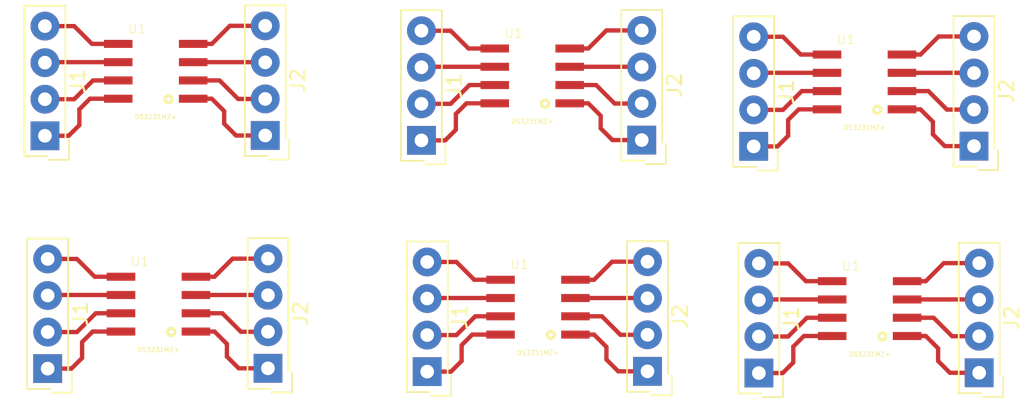
<source format=kicad_pcb>
(kicad_pcb (version 4) (host pcbnew 4.0.7)

  (general
    (links 8)
    (no_connects 7)
    (area 146.135 59.054999 217.765 87.375001)
    (thickness 1.6)
    (drawings 0)
    (tracks 156)
    (zones 0)
    (modules 18)
    (nets 9)
  )

  (page A4)
  (layers
    (0 F.Cu signal)
    (31 B.Cu signal)
    (32 B.Adhes user)
    (33 F.Adhes user)
    (34 B.Paste user)
    (35 F.Paste user)
    (36 B.SilkS user)
    (37 F.SilkS user)
    (38 B.Mask user)
    (39 F.Mask user)
    (40 Dwgs.User user)
    (41 Cmts.User user)
    (42 Eco1.User user)
    (43 Eco2.User user)
    (44 Edge.Cuts user)
    (45 Margin user)
    (46 B.CrtYd user)
    (47 F.CrtYd user)
    (48 B.Fab user)
    (49 F.Fab user)
  )

  (setup
    (last_trace_width 0.3)
    (trace_clearance 0.3)
    (zone_clearance 0.508)
    (zone_45_only no)
    (trace_min 0.2)
    (segment_width 0.2)
    (edge_width 0.15)
    (via_size 0.6)
    (via_drill 0.4)
    (via_min_size 0.4)
    (via_min_drill 0.3)
    (uvia_size 0.3)
    (uvia_drill 0.1)
    (uvias_allowed no)
    (uvia_min_size 0.2)
    (uvia_min_drill 0.1)
    (pcb_text_width 0.3)
    (pcb_text_size 1.5 1.5)
    (mod_edge_width 0.15)
    (mod_text_size 1 1)
    (mod_text_width 0.15)
    (pad_size 1.524 1.524)
    (pad_drill 0.762)
    (pad_to_mask_clearance 0.2)
    (aux_axis_origin 0 0)
    (visible_elements FFFFFF7F)
    (pcbplotparams
      (layerselection 0x00030_80000001)
      (usegerberextensions false)
      (excludeedgelayer true)
      (linewidth 0.100000)
      (plotframeref false)
      (viasonmask false)
      (mode 1)
      (useauxorigin false)
      (hpglpennumber 1)
      (hpglpenspeed 20)
      (hpglpendiameter 15)
      (hpglpenoverlay 2)
      (psnegative false)
      (psa4output false)
      (plotreference true)
      (plotvalue true)
      (plotinvisibletext false)
      (padsonsilk false)
      (subtractmaskfromsilk false)
      (outputformat 1)
      (mirror false)
      (drillshape 1)
      (scaleselection 1)
      (outputdirectory ""))
  )

  (net 0 "")
  (net 1 "Net-(J1-Pad1)")
  (net 2 /7)
  (net 3 "Net-(J1-Pad3)")
  (net 4 /5)
  (net 5 "Net-(J2-Pad1)")
  (net 6 /2)
  (net 7 "Net-(J2-Pad3)")
  (net 8 /4)

  (net_class Default "This is the default net class."
    (clearance 0.3)
    (trace_width 0.3)
    (via_dia 0.6)
    (via_drill 0.4)
    (uvia_dia 0.3)
    (uvia_drill 0.1)
    (add_net /2)
    (add_net /4)
    (add_net /5)
    (add_net /7)
    (add_net "Net-(J1-Pad1)")
    (add_net "Net-(J1-Pad3)")
    (add_net "Net-(J2-Pad1)")
    (add_net "Net-(J2-Pad3)")
  )

  (module Connectors_Samtec:SL-104-X-XX_1x04 (layer F.Cu) (tedit 590274D5) (tstamp 5A5A865D)
    (at 214.32 85.26 180)
    (descr "Low profile, screw machine socket strip, through hole, 100mil / 2.54mm pitch")
    (tags "samtec socket strip tht single")
    (path /5A5A7FF5)
    (fp_text reference J2 (at -2.27 3.81 270) (layer F.SilkS)
      (effects (font (size 1 1) (thickness 0.15)))
    )
    (fp_text value Conn_01x04 (at 2.27 3.81 270) (layer F.Fab)
      (effects (font (size 1 1) (thickness 0.15)))
    )
    (fp_line (start -0.17 -1.42) (end 1.42 -1.42) (layer F.SilkS) (width 0.12))
    (fp_line (start 1.42 -1.42) (end 1.42 9.04) (layer F.SilkS) (width 0.12))
    (fp_line (start 1.42 9.04) (end -1.42 9.04) (layer F.SilkS) (width 0.12))
    (fp_line (start -1.42 9.04) (end -1.42 -0.17) (layer F.SilkS) (width 0.12))
    (fp_line (start -0.27 -1.67) (end -1.67 -1.67) (layer F.SilkS) (width 0.12))
    (fp_line (start -1.67 -1.67) (end -1.67 -0.27) (layer F.SilkS) (width 0.12))
    (fp_line (start -0.27 -1.67) (end -1.67 -1.67) (layer F.Fab) (width 0.1))
    (fp_line (start -1.67 -1.67) (end -1.67 -0.27) (layer F.Fab) (width 0.1))
    (fp_line (start -1.27 -1.27) (end -1.27 8.89) (layer F.Fab) (width 0.1))
    (fp_line (start -1.27 8.89) (end 1.27 8.89) (layer F.Fab) (width 0.1))
    (fp_line (start 1.27 8.89) (end 1.27 -1.27) (layer F.Fab) (width 0.1))
    (fp_line (start 1.27 -1.27) (end -1.27 -1.27) (layer F.Fab) (width 0.1))
    (fp_line (start -1.77 -1.77) (end -1.77 9.39) (layer F.CrtYd) (width 0.05))
    (fp_line (start -1.77 9.39) (end 1.77 9.39) (layer F.CrtYd) (width 0.05))
    (fp_line (start 1.77 9.39) (end 1.77 -1.77) (layer F.CrtYd) (width 0.05))
    (fp_line (start 1.77 -1.77) (end -1.77 -1.77) (layer F.CrtYd) (width 0.05))
    (fp_line (start -1.27 1.27) (end -1.07 1.27) (layer F.Fab) (width 0.1))
    (fp_line (start 1.27 1.27) (end 1.07 1.27) (layer F.Fab) (width 0.1))
    (fp_line (start -1.27 3.81) (end -1.07 3.81) (layer F.Fab) (width 0.1))
    (fp_line (start 1.27 3.81) (end 1.07 3.81) (layer F.Fab) (width 0.1))
    (fp_line (start -1.27 6.35) (end -1.07 6.35) (layer F.Fab) (width 0.1))
    (fp_line (start 1.27 6.35) (end 1.07 6.35) (layer F.Fab) (width 0.1))
    (fp_line (start -1.27 8.89) (end -1.07 8.89) (layer F.Fab) (width 0.1))
    (fp_line (start 1.27 8.89) (end 1.07 8.89) (layer F.Fab) (width 0.1))
    (fp_text user %R (at 0 3.81 270) (layer F.Fab)
      (effects (font (size 1 1) (thickness 0.15)))
    )
    (pad 1 thru_hole rect (at 0 0 180) (size 2 2) (drill 0.95) (layers *.Cu *.Mask)
      (net 5 "Net-(J2-Pad1)"))
    (pad 2 thru_hole circle (at 0 2.54 180) (size 2 2) (drill 0.95) (layers *.Cu *.Mask)
      (net 6 /2))
    (pad 3 thru_hole circle (at 0 5.08 180) (size 2 2) (drill 0.95) (layers *.Cu *.Mask)
      (net 7 "Net-(J2-Pad3)"))
    (pad 4 thru_hole circle (at 0 7.62 180) (size 2 2) (drill 0.95) (layers *.Cu *.Mask)
      (net 8 /4))
    (model ${KISYS3DMOD}/Connectors_Samtec.3dshapes/SL-104-X-XX_1x04.wrl
      (at (xyz 0 0 0))
      (scale (xyz 1 1 1))
      (rotate (xyz 0 0 0))
    )
  )

  (module DS3231MZ_:SOIC8_150MIL (layer F.Cu) (tedit 0) (tstamp 5A5A8652)
    (at 206.72 80.8 90)
    (path /5A5A7F51)
    (attr smd)
    (fp_text reference U1 (at 2.96 -1.29 180) (layer F.SilkS)
      (effects (font (size 0.641968 0.641968) (thickness 0.05)))
    )
    (fp_text value DS3231MZ+ (at -3.17 0 180) (layer F.SilkS)
      (effects (font (size 0.320691 0.320691) (thickness 0.05)))
    )
    (fp_line (start 2.4 -1.9) (end 2.4 1.4) (layer Dwgs.User) (width 0.2032))
    (fp_line (start 2.4 1.4) (end 2.4 1.9) (layer Dwgs.User) (width 0.2032))
    (fp_line (start 2.4 1.9) (end -2.4 1.9) (layer Dwgs.User) (width 0.2032))
    (fp_line (start -2.4 1.9) (end -2.4 1.4) (layer Dwgs.User) (width 0.2032))
    (fp_line (start -2.4 1.4) (end -2.4 -1.9) (layer Dwgs.User) (width 0.2032))
    (fp_line (start 2.4 1.4) (end -2.4 1.4) (layer Dwgs.User) (width 0.2032))
    (fp_line (start -2.4 -1.9) (end 2.4 -1.9) (layer Dwgs.User) (width 0.2032))
    (fp_circle (center -1.9304 0.889) (end -1.6764 0.889) (layer F.SilkS) (width 0.2032))
    (fp_poly (pts (xy -2.15706 2) (xy -1.66 2) (xy -1.66 3.11018) (xy -2.15706 3.11018)) (layer Dwgs.User) (width 0.381))
    (fp_poly (pts (xy -0.881243 2) (xy -0.39 2) (xy -0.39 3.10438) (xy -0.881243 3.10438)) (layer Dwgs.User) (width 0.381))
    (fp_poly (pts (xy 0.390547 2) (xy 0.88 2) (xy 0.88 3.10435) (xy 0.390547 3.10435)) (layer Dwgs.User) (width 0.381))
    (fp_poly (pts (xy 1.66518 2) (xy 2.15 2) (xy 2.15 3.10969) (xy 1.66518 3.10969)) (layer Dwgs.User) (width 0.381))
    (fp_poly (pts (xy 1.66582 -3.1) (xy 2.15 -3.1) (xy 2.15 -2.00701) (xy 1.66582 -2.00701)) (layer Dwgs.User) (width 0.381))
    (fp_poly (pts (xy 0.390893 -3.1) (xy 0.88 -3.1) (xy 0.88 -2.00458) (xy 0.390893 -2.00458)) (layer Dwgs.User) (width 0.381))
    (fp_poly (pts (xy -0.881714 -3.1) (xy -0.39 -3.1) (xy -0.39 -2.00389) (xy -0.881714 -2.00389)) (layer Dwgs.User) (width 0.381))
    (fp_poly (pts (xy -2.15209 -3.1) (xy -1.66 -3.1) (xy -1.66 -2.00194) (xy -2.15209 -2.00194)) (layer Dwgs.User) (width 0.381))
    (pad 2 smd rect (at -0.635 2.6 90) (size 0.5588 1.9812) (layers F.Cu F.Paste F.Mask)
      (net 6 /2))
    (pad 7 smd rect (at -0.635 -2.6 90) (size 0.5588 1.9812) (layers F.Cu F.Paste F.Mask)
      (net 2 /7))
    (pad 1 smd rect (at -1.905 2.6 90) (size 0.5588 1.9812) (layers F.Cu F.Paste F.Mask)
      (net 5 "Net-(J2-Pad1)"))
    (pad 3 smd rect (at 0.635 2.6 90) (size 0.5588 1.9812) (layers F.Cu F.Paste F.Mask)
      (net 7 "Net-(J2-Pad3)"))
    (pad 4 smd rect (at 1.905 2.6 90) (size 0.5588 1.9812) (layers F.Cu F.Paste F.Mask)
      (net 8 /4))
    (pad 8 smd rect (at -1.905 -2.6 90) (size 0.5588 1.9812) (layers F.Cu F.Paste F.Mask)
      (net 1 "Net-(J1-Pad1)"))
    (pad 6 smd rect (at 0.635 -2.6 90) (size 0.5588 1.9812) (layers F.Cu F.Paste F.Mask)
      (net 3 "Net-(J1-Pad3)"))
    (pad 5 smd rect (at 1.905 -2.6 90) (size 0.5588 1.9812) (layers F.Cu F.Paste F.Mask)
      (net 4 /5))
  )

  (module Connectors_Samtec:SL-104-X-XX_1x04 (layer F.Cu) (tedit 590274D5) (tstamp 5A5A864B)
    (at 199.03 85.28 180)
    (descr "Low profile, screw machine socket strip, through hole, 100mil / 2.54mm pitch")
    (tags "samtec socket strip tht single")
    (path /5A5A8022)
    (fp_text reference J1 (at -2.27 3.81 270) (layer F.SilkS)
      (effects (font (size 1 1) (thickness 0.15)))
    )
    (fp_text value Conn_01x04 (at 2.27 3.81 270) (layer F.Fab)
      (effects (font (size 1 1) (thickness 0.15)))
    )
    (fp_line (start -0.17 -1.42) (end 1.42 -1.42) (layer F.SilkS) (width 0.12))
    (fp_line (start 1.42 -1.42) (end 1.42 9.04) (layer F.SilkS) (width 0.12))
    (fp_line (start 1.42 9.04) (end -1.42 9.04) (layer F.SilkS) (width 0.12))
    (fp_line (start -1.42 9.04) (end -1.42 -0.17) (layer F.SilkS) (width 0.12))
    (fp_line (start -0.27 -1.67) (end -1.67 -1.67) (layer F.SilkS) (width 0.12))
    (fp_line (start -1.67 -1.67) (end -1.67 -0.27) (layer F.SilkS) (width 0.12))
    (fp_line (start -0.27 -1.67) (end -1.67 -1.67) (layer F.Fab) (width 0.1))
    (fp_line (start -1.67 -1.67) (end -1.67 -0.27) (layer F.Fab) (width 0.1))
    (fp_line (start -1.27 -1.27) (end -1.27 8.89) (layer F.Fab) (width 0.1))
    (fp_line (start -1.27 8.89) (end 1.27 8.89) (layer F.Fab) (width 0.1))
    (fp_line (start 1.27 8.89) (end 1.27 -1.27) (layer F.Fab) (width 0.1))
    (fp_line (start 1.27 -1.27) (end -1.27 -1.27) (layer F.Fab) (width 0.1))
    (fp_line (start -1.77 -1.77) (end -1.77 9.39) (layer F.CrtYd) (width 0.05))
    (fp_line (start -1.77 9.39) (end 1.77 9.39) (layer F.CrtYd) (width 0.05))
    (fp_line (start 1.77 9.39) (end 1.77 -1.77) (layer F.CrtYd) (width 0.05))
    (fp_line (start 1.77 -1.77) (end -1.77 -1.77) (layer F.CrtYd) (width 0.05))
    (fp_line (start -1.27 1.27) (end -1.07 1.27) (layer F.Fab) (width 0.1))
    (fp_line (start 1.27 1.27) (end 1.07 1.27) (layer F.Fab) (width 0.1))
    (fp_line (start -1.27 3.81) (end -1.07 3.81) (layer F.Fab) (width 0.1))
    (fp_line (start 1.27 3.81) (end 1.07 3.81) (layer F.Fab) (width 0.1))
    (fp_line (start -1.27 6.35) (end -1.07 6.35) (layer F.Fab) (width 0.1))
    (fp_line (start 1.27 6.35) (end 1.07 6.35) (layer F.Fab) (width 0.1))
    (fp_line (start -1.27 8.89) (end -1.07 8.89) (layer F.Fab) (width 0.1))
    (fp_line (start 1.27 8.89) (end 1.07 8.89) (layer F.Fab) (width 0.1))
    (fp_text user %R (at 0 3.81 270) (layer F.Fab)
      (effects (font (size 1 1) (thickness 0.15)))
    )
    (pad 1 thru_hole rect (at 0 0 180) (size 2 2) (drill 0.95) (layers *.Cu *.Mask)
      (net 1 "Net-(J1-Pad1)"))
    (pad 2 thru_hole circle (at 0 2.54 180) (size 2 2) (drill 0.95) (layers *.Cu *.Mask)
      (net 2 /7))
    (pad 3 thru_hole circle (at 0 5.08 180) (size 2 2) (drill 0.95) (layers *.Cu *.Mask)
      (net 3 "Net-(J1-Pad3)"))
    (pad 4 thru_hole circle (at 0 7.62 180) (size 2 2) (drill 0.95) (layers *.Cu *.Mask)
      (net 4 /5))
    (model ${KISYS3DMOD}/Connectors_Samtec.3dshapes/SL-104-X-XX_1x04.wrl
      (at (xyz 0 0 0))
      (scale (xyz 1 1 1))
      (rotate (xyz 0 0 0))
    )
  )

  (module Connectors_Samtec:SL-104-X-XX_1x04 (layer F.Cu) (tedit 590274D5) (tstamp 5A5A862A)
    (at 191.3 85.16 180)
    (descr "Low profile, screw machine socket strip, through hole, 100mil / 2.54mm pitch")
    (tags "samtec socket strip tht single")
    (path /5A5A7FF5)
    (fp_text reference J2 (at -2.27 3.81 270) (layer F.SilkS)
      (effects (font (size 1 1) (thickness 0.15)))
    )
    (fp_text value Conn_01x04 (at 2.27 3.81 270) (layer F.Fab)
      (effects (font (size 1 1) (thickness 0.15)))
    )
    (fp_line (start -0.17 -1.42) (end 1.42 -1.42) (layer F.SilkS) (width 0.12))
    (fp_line (start 1.42 -1.42) (end 1.42 9.04) (layer F.SilkS) (width 0.12))
    (fp_line (start 1.42 9.04) (end -1.42 9.04) (layer F.SilkS) (width 0.12))
    (fp_line (start -1.42 9.04) (end -1.42 -0.17) (layer F.SilkS) (width 0.12))
    (fp_line (start -0.27 -1.67) (end -1.67 -1.67) (layer F.SilkS) (width 0.12))
    (fp_line (start -1.67 -1.67) (end -1.67 -0.27) (layer F.SilkS) (width 0.12))
    (fp_line (start -0.27 -1.67) (end -1.67 -1.67) (layer F.Fab) (width 0.1))
    (fp_line (start -1.67 -1.67) (end -1.67 -0.27) (layer F.Fab) (width 0.1))
    (fp_line (start -1.27 -1.27) (end -1.27 8.89) (layer F.Fab) (width 0.1))
    (fp_line (start -1.27 8.89) (end 1.27 8.89) (layer F.Fab) (width 0.1))
    (fp_line (start 1.27 8.89) (end 1.27 -1.27) (layer F.Fab) (width 0.1))
    (fp_line (start 1.27 -1.27) (end -1.27 -1.27) (layer F.Fab) (width 0.1))
    (fp_line (start -1.77 -1.77) (end -1.77 9.39) (layer F.CrtYd) (width 0.05))
    (fp_line (start -1.77 9.39) (end 1.77 9.39) (layer F.CrtYd) (width 0.05))
    (fp_line (start 1.77 9.39) (end 1.77 -1.77) (layer F.CrtYd) (width 0.05))
    (fp_line (start 1.77 -1.77) (end -1.77 -1.77) (layer F.CrtYd) (width 0.05))
    (fp_line (start -1.27 1.27) (end -1.07 1.27) (layer F.Fab) (width 0.1))
    (fp_line (start 1.27 1.27) (end 1.07 1.27) (layer F.Fab) (width 0.1))
    (fp_line (start -1.27 3.81) (end -1.07 3.81) (layer F.Fab) (width 0.1))
    (fp_line (start 1.27 3.81) (end 1.07 3.81) (layer F.Fab) (width 0.1))
    (fp_line (start -1.27 6.35) (end -1.07 6.35) (layer F.Fab) (width 0.1))
    (fp_line (start 1.27 6.35) (end 1.07 6.35) (layer F.Fab) (width 0.1))
    (fp_line (start -1.27 8.89) (end -1.07 8.89) (layer F.Fab) (width 0.1))
    (fp_line (start 1.27 8.89) (end 1.07 8.89) (layer F.Fab) (width 0.1))
    (fp_text user %R (at 0 3.81 270) (layer F.Fab)
      (effects (font (size 1 1) (thickness 0.15)))
    )
    (pad 1 thru_hole rect (at 0 0 180) (size 2 2) (drill 0.95) (layers *.Cu *.Mask)
      (net 5 "Net-(J2-Pad1)"))
    (pad 2 thru_hole circle (at 0 2.54 180) (size 2 2) (drill 0.95) (layers *.Cu *.Mask)
      (net 6 /2))
    (pad 3 thru_hole circle (at 0 5.08 180) (size 2 2) (drill 0.95) (layers *.Cu *.Mask)
      (net 7 "Net-(J2-Pad3)"))
    (pad 4 thru_hole circle (at 0 7.62 180) (size 2 2) (drill 0.95) (layers *.Cu *.Mask)
      (net 8 /4))
    (model ${KISYS3DMOD}/Connectors_Samtec.3dshapes/SL-104-X-XX_1x04.wrl
      (at (xyz 0 0 0))
      (scale (xyz 1 1 1))
      (rotate (xyz 0 0 0))
    )
  )

  (module DS3231MZ_:SOIC8_150MIL (layer F.Cu) (tedit 0) (tstamp 5A5A861F)
    (at 183.7 80.7 90)
    (path /5A5A7F51)
    (attr smd)
    (fp_text reference U1 (at 2.96 -1.29 180) (layer F.SilkS)
      (effects (font (size 0.641968 0.641968) (thickness 0.05)))
    )
    (fp_text value DS3231MZ+ (at -3.17 0 180) (layer F.SilkS)
      (effects (font (size 0.320691 0.320691) (thickness 0.05)))
    )
    (fp_line (start 2.4 -1.9) (end 2.4 1.4) (layer Dwgs.User) (width 0.2032))
    (fp_line (start 2.4 1.4) (end 2.4 1.9) (layer Dwgs.User) (width 0.2032))
    (fp_line (start 2.4 1.9) (end -2.4 1.9) (layer Dwgs.User) (width 0.2032))
    (fp_line (start -2.4 1.9) (end -2.4 1.4) (layer Dwgs.User) (width 0.2032))
    (fp_line (start -2.4 1.4) (end -2.4 -1.9) (layer Dwgs.User) (width 0.2032))
    (fp_line (start 2.4 1.4) (end -2.4 1.4) (layer Dwgs.User) (width 0.2032))
    (fp_line (start -2.4 -1.9) (end 2.4 -1.9) (layer Dwgs.User) (width 0.2032))
    (fp_circle (center -1.9304 0.889) (end -1.6764 0.889) (layer F.SilkS) (width 0.2032))
    (fp_poly (pts (xy -2.15706 2) (xy -1.66 2) (xy -1.66 3.11018) (xy -2.15706 3.11018)) (layer Dwgs.User) (width 0.381))
    (fp_poly (pts (xy -0.881243 2) (xy -0.39 2) (xy -0.39 3.10438) (xy -0.881243 3.10438)) (layer Dwgs.User) (width 0.381))
    (fp_poly (pts (xy 0.390547 2) (xy 0.88 2) (xy 0.88 3.10435) (xy 0.390547 3.10435)) (layer Dwgs.User) (width 0.381))
    (fp_poly (pts (xy 1.66518 2) (xy 2.15 2) (xy 2.15 3.10969) (xy 1.66518 3.10969)) (layer Dwgs.User) (width 0.381))
    (fp_poly (pts (xy 1.66582 -3.1) (xy 2.15 -3.1) (xy 2.15 -2.00701) (xy 1.66582 -2.00701)) (layer Dwgs.User) (width 0.381))
    (fp_poly (pts (xy 0.390893 -3.1) (xy 0.88 -3.1) (xy 0.88 -2.00458) (xy 0.390893 -2.00458)) (layer Dwgs.User) (width 0.381))
    (fp_poly (pts (xy -0.881714 -3.1) (xy -0.39 -3.1) (xy -0.39 -2.00389) (xy -0.881714 -2.00389)) (layer Dwgs.User) (width 0.381))
    (fp_poly (pts (xy -2.15209 -3.1) (xy -1.66 -3.1) (xy -1.66 -2.00194) (xy -2.15209 -2.00194)) (layer Dwgs.User) (width 0.381))
    (pad 2 smd rect (at -0.635 2.6 90) (size 0.5588 1.9812) (layers F.Cu F.Paste F.Mask)
      (net 6 /2))
    (pad 7 smd rect (at -0.635 -2.6 90) (size 0.5588 1.9812) (layers F.Cu F.Paste F.Mask)
      (net 2 /7))
    (pad 1 smd rect (at -1.905 2.6 90) (size 0.5588 1.9812) (layers F.Cu F.Paste F.Mask)
      (net 5 "Net-(J2-Pad1)"))
    (pad 3 smd rect (at 0.635 2.6 90) (size 0.5588 1.9812) (layers F.Cu F.Paste F.Mask)
      (net 7 "Net-(J2-Pad3)"))
    (pad 4 smd rect (at 1.905 2.6 90) (size 0.5588 1.9812) (layers F.Cu F.Paste F.Mask)
      (net 8 /4))
    (pad 8 smd rect (at -1.905 -2.6 90) (size 0.5588 1.9812) (layers F.Cu F.Paste F.Mask)
      (net 1 "Net-(J1-Pad1)"))
    (pad 6 smd rect (at 0.635 -2.6 90) (size 0.5588 1.9812) (layers F.Cu F.Paste F.Mask)
      (net 3 "Net-(J1-Pad3)"))
    (pad 5 smd rect (at 1.905 -2.6 90) (size 0.5588 1.9812) (layers F.Cu F.Paste F.Mask)
      (net 4 /5))
  )

  (module Connectors_Samtec:SL-104-X-XX_1x04 (layer F.Cu) (tedit 590274D5) (tstamp 5A5A8618)
    (at 176.01 85.18 180)
    (descr "Low profile, screw machine socket strip, through hole, 100mil / 2.54mm pitch")
    (tags "samtec socket strip tht single")
    (path /5A5A8022)
    (fp_text reference J1 (at -2.27 3.81 270) (layer F.SilkS)
      (effects (font (size 1 1) (thickness 0.15)))
    )
    (fp_text value Conn_01x04 (at 2.27 3.81 270) (layer F.Fab)
      (effects (font (size 1 1) (thickness 0.15)))
    )
    (fp_line (start -0.17 -1.42) (end 1.42 -1.42) (layer F.SilkS) (width 0.12))
    (fp_line (start 1.42 -1.42) (end 1.42 9.04) (layer F.SilkS) (width 0.12))
    (fp_line (start 1.42 9.04) (end -1.42 9.04) (layer F.SilkS) (width 0.12))
    (fp_line (start -1.42 9.04) (end -1.42 -0.17) (layer F.SilkS) (width 0.12))
    (fp_line (start -0.27 -1.67) (end -1.67 -1.67) (layer F.SilkS) (width 0.12))
    (fp_line (start -1.67 -1.67) (end -1.67 -0.27) (layer F.SilkS) (width 0.12))
    (fp_line (start -0.27 -1.67) (end -1.67 -1.67) (layer F.Fab) (width 0.1))
    (fp_line (start -1.67 -1.67) (end -1.67 -0.27) (layer F.Fab) (width 0.1))
    (fp_line (start -1.27 -1.27) (end -1.27 8.89) (layer F.Fab) (width 0.1))
    (fp_line (start -1.27 8.89) (end 1.27 8.89) (layer F.Fab) (width 0.1))
    (fp_line (start 1.27 8.89) (end 1.27 -1.27) (layer F.Fab) (width 0.1))
    (fp_line (start 1.27 -1.27) (end -1.27 -1.27) (layer F.Fab) (width 0.1))
    (fp_line (start -1.77 -1.77) (end -1.77 9.39) (layer F.CrtYd) (width 0.05))
    (fp_line (start -1.77 9.39) (end 1.77 9.39) (layer F.CrtYd) (width 0.05))
    (fp_line (start 1.77 9.39) (end 1.77 -1.77) (layer F.CrtYd) (width 0.05))
    (fp_line (start 1.77 -1.77) (end -1.77 -1.77) (layer F.CrtYd) (width 0.05))
    (fp_line (start -1.27 1.27) (end -1.07 1.27) (layer F.Fab) (width 0.1))
    (fp_line (start 1.27 1.27) (end 1.07 1.27) (layer F.Fab) (width 0.1))
    (fp_line (start -1.27 3.81) (end -1.07 3.81) (layer F.Fab) (width 0.1))
    (fp_line (start 1.27 3.81) (end 1.07 3.81) (layer F.Fab) (width 0.1))
    (fp_line (start -1.27 6.35) (end -1.07 6.35) (layer F.Fab) (width 0.1))
    (fp_line (start 1.27 6.35) (end 1.07 6.35) (layer F.Fab) (width 0.1))
    (fp_line (start -1.27 8.89) (end -1.07 8.89) (layer F.Fab) (width 0.1))
    (fp_line (start 1.27 8.89) (end 1.07 8.89) (layer F.Fab) (width 0.1))
    (fp_text user %R (at 0 3.81 270) (layer F.Fab)
      (effects (font (size 1 1) (thickness 0.15)))
    )
    (pad 1 thru_hole rect (at 0 0 180) (size 2 2) (drill 0.95) (layers *.Cu *.Mask)
      (net 1 "Net-(J1-Pad1)"))
    (pad 2 thru_hole circle (at 0 2.54 180) (size 2 2) (drill 0.95) (layers *.Cu *.Mask)
      (net 2 /7))
    (pad 3 thru_hole circle (at 0 5.08 180) (size 2 2) (drill 0.95) (layers *.Cu *.Mask)
      (net 3 "Net-(J1-Pad3)"))
    (pad 4 thru_hole circle (at 0 7.62 180) (size 2 2) (drill 0.95) (layers *.Cu *.Mask)
      (net 4 /5))
    (model ${KISYS3DMOD}/Connectors_Samtec.3dshapes/SL-104-X-XX_1x04.wrl
      (at (xyz 0 0 0))
      (scale (xyz 1 1 1))
      (rotate (xyz 0 0 0))
    )
  )

  (module Connectors_Samtec:SL-104-X-XX_1x04 (layer F.Cu) (tedit 590274D5) (tstamp 5A5A85F7)
    (at 164.96 84.95 180)
    (descr "Low profile, screw machine socket strip, through hole, 100mil / 2.54mm pitch")
    (tags "samtec socket strip tht single")
    (path /5A5A7FF5)
    (fp_text reference J2 (at -2.27 3.81 270) (layer F.SilkS)
      (effects (font (size 1 1) (thickness 0.15)))
    )
    (fp_text value Conn_01x04 (at 2.27 3.81 270) (layer F.Fab)
      (effects (font (size 1 1) (thickness 0.15)))
    )
    (fp_line (start -0.17 -1.42) (end 1.42 -1.42) (layer F.SilkS) (width 0.12))
    (fp_line (start 1.42 -1.42) (end 1.42 9.04) (layer F.SilkS) (width 0.12))
    (fp_line (start 1.42 9.04) (end -1.42 9.04) (layer F.SilkS) (width 0.12))
    (fp_line (start -1.42 9.04) (end -1.42 -0.17) (layer F.SilkS) (width 0.12))
    (fp_line (start -0.27 -1.67) (end -1.67 -1.67) (layer F.SilkS) (width 0.12))
    (fp_line (start -1.67 -1.67) (end -1.67 -0.27) (layer F.SilkS) (width 0.12))
    (fp_line (start -0.27 -1.67) (end -1.67 -1.67) (layer F.Fab) (width 0.1))
    (fp_line (start -1.67 -1.67) (end -1.67 -0.27) (layer F.Fab) (width 0.1))
    (fp_line (start -1.27 -1.27) (end -1.27 8.89) (layer F.Fab) (width 0.1))
    (fp_line (start -1.27 8.89) (end 1.27 8.89) (layer F.Fab) (width 0.1))
    (fp_line (start 1.27 8.89) (end 1.27 -1.27) (layer F.Fab) (width 0.1))
    (fp_line (start 1.27 -1.27) (end -1.27 -1.27) (layer F.Fab) (width 0.1))
    (fp_line (start -1.77 -1.77) (end -1.77 9.39) (layer F.CrtYd) (width 0.05))
    (fp_line (start -1.77 9.39) (end 1.77 9.39) (layer F.CrtYd) (width 0.05))
    (fp_line (start 1.77 9.39) (end 1.77 -1.77) (layer F.CrtYd) (width 0.05))
    (fp_line (start 1.77 -1.77) (end -1.77 -1.77) (layer F.CrtYd) (width 0.05))
    (fp_line (start -1.27 1.27) (end -1.07 1.27) (layer F.Fab) (width 0.1))
    (fp_line (start 1.27 1.27) (end 1.07 1.27) (layer F.Fab) (width 0.1))
    (fp_line (start -1.27 3.81) (end -1.07 3.81) (layer F.Fab) (width 0.1))
    (fp_line (start 1.27 3.81) (end 1.07 3.81) (layer F.Fab) (width 0.1))
    (fp_line (start -1.27 6.35) (end -1.07 6.35) (layer F.Fab) (width 0.1))
    (fp_line (start 1.27 6.35) (end 1.07 6.35) (layer F.Fab) (width 0.1))
    (fp_line (start -1.27 8.89) (end -1.07 8.89) (layer F.Fab) (width 0.1))
    (fp_line (start 1.27 8.89) (end 1.07 8.89) (layer F.Fab) (width 0.1))
    (fp_text user %R (at 0 3.81 270) (layer F.Fab)
      (effects (font (size 1 1) (thickness 0.15)))
    )
    (pad 1 thru_hole rect (at 0 0 180) (size 2 2) (drill 0.95) (layers *.Cu *.Mask)
      (net 5 "Net-(J2-Pad1)"))
    (pad 2 thru_hole circle (at 0 2.54 180) (size 2 2) (drill 0.95) (layers *.Cu *.Mask)
      (net 6 /2))
    (pad 3 thru_hole circle (at 0 5.08 180) (size 2 2) (drill 0.95) (layers *.Cu *.Mask)
      (net 7 "Net-(J2-Pad3)"))
    (pad 4 thru_hole circle (at 0 7.62 180) (size 2 2) (drill 0.95) (layers *.Cu *.Mask)
      (net 8 /4))
    (model ${KISYS3DMOD}/Connectors_Samtec.3dshapes/SL-104-X-XX_1x04.wrl
      (at (xyz 0 0 0))
      (scale (xyz 1 1 1))
      (rotate (xyz 0 0 0))
    )
  )

  (module DS3231MZ_:SOIC8_150MIL (layer F.Cu) (tedit 0) (tstamp 5A5A85EC)
    (at 157.36 80.49 90)
    (path /5A5A7F51)
    (attr smd)
    (fp_text reference U1 (at 2.96 -1.29 180) (layer F.SilkS)
      (effects (font (size 0.641968 0.641968) (thickness 0.05)))
    )
    (fp_text value DS3231MZ+ (at -3.17 0 180) (layer F.SilkS)
      (effects (font (size 0.320691 0.320691) (thickness 0.05)))
    )
    (fp_line (start 2.4 -1.9) (end 2.4 1.4) (layer Dwgs.User) (width 0.2032))
    (fp_line (start 2.4 1.4) (end 2.4 1.9) (layer Dwgs.User) (width 0.2032))
    (fp_line (start 2.4 1.9) (end -2.4 1.9) (layer Dwgs.User) (width 0.2032))
    (fp_line (start -2.4 1.9) (end -2.4 1.4) (layer Dwgs.User) (width 0.2032))
    (fp_line (start -2.4 1.4) (end -2.4 -1.9) (layer Dwgs.User) (width 0.2032))
    (fp_line (start 2.4 1.4) (end -2.4 1.4) (layer Dwgs.User) (width 0.2032))
    (fp_line (start -2.4 -1.9) (end 2.4 -1.9) (layer Dwgs.User) (width 0.2032))
    (fp_circle (center -1.9304 0.889) (end -1.6764 0.889) (layer F.SilkS) (width 0.2032))
    (fp_poly (pts (xy -2.15706 2) (xy -1.66 2) (xy -1.66 3.11018) (xy -2.15706 3.11018)) (layer Dwgs.User) (width 0.381))
    (fp_poly (pts (xy -0.881243 2) (xy -0.39 2) (xy -0.39 3.10438) (xy -0.881243 3.10438)) (layer Dwgs.User) (width 0.381))
    (fp_poly (pts (xy 0.390547 2) (xy 0.88 2) (xy 0.88 3.10435) (xy 0.390547 3.10435)) (layer Dwgs.User) (width 0.381))
    (fp_poly (pts (xy 1.66518 2) (xy 2.15 2) (xy 2.15 3.10969) (xy 1.66518 3.10969)) (layer Dwgs.User) (width 0.381))
    (fp_poly (pts (xy 1.66582 -3.1) (xy 2.15 -3.1) (xy 2.15 -2.00701) (xy 1.66582 -2.00701)) (layer Dwgs.User) (width 0.381))
    (fp_poly (pts (xy 0.390893 -3.1) (xy 0.88 -3.1) (xy 0.88 -2.00458) (xy 0.390893 -2.00458)) (layer Dwgs.User) (width 0.381))
    (fp_poly (pts (xy -0.881714 -3.1) (xy -0.39 -3.1) (xy -0.39 -2.00389) (xy -0.881714 -2.00389)) (layer Dwgs.User) (width 0.381))
    (fp_poly (pts (xy -2.15209 -3.1) (xy -1.66 -3.1) (xy -1.66 -2.00194) (xy -2.15209 -2.00194)) (layer Dwgs.User) (width 0.381))
    (pad 2 smd rect (at -0.635 2.6 90) (size 0.5588 1.9812) (layers F.Cu F.Paste F.Mask)
      (net 6 /2))
    (pad 7 smd rect (at -0.635 -2.6 90) (size 0.5588 1.9812) (layers F.Cu F.Paste F.Mask)
      (net 2 /7))
    (pad 1 smd rect (at -1.905 2.6 90) (size 0.5588 1.9812) (layers F.Cu F.Paste F.Mask)
      (net 5 "Net-(J2-Pad1)"))
    (pad 3 smd rect (at 0.635 2.6 90) (size 0.5588 1.9812) (layers F.Cu F.Paste F.Mask)
      (net 7 "Net-(J2-Pad3)"))
    (pad 4 smd rect (at 1.905 2.6 90) (size 0.5588 1.9812) (layers F.Cu F.Paste F.Mask)
      (net 8 /4))
    (pad 8 smd rect (at -1.905 -2.6 90) (size 0.5588 1.9812) (layers F.Cu F.Paste F.Mask)
      (net 1 "Net-(J1-Pad1)"))
    (pad 6 smd rect (at 0.635 -2.6 90) (size 0.5588 1.9812) (layers F.Cu F.Paste F.Mask)
      (net 3 "Net-(J1-Pad3)"))
    (pad 5 smd rect (at 1.905 -2.6 90) (size 0.5588 1.9812) (layers F.Cu F.Paste F.Mask)
      (net 4 /5))
  )

  (module Connectors_Samtec:SL-104-X-XX_1x04 (layer F.Cu) (tedit 590274D5) (tstamp 5A5A85E5)
    (at 149.67 84.97 180)
    (descr "Low profile, screw machine socket strip, through hole, 100mil / 2.54mm pitch")
    (tags "samtec socket strip tht single")
    (path /5A5A8022)
    (fp_text reference J1 (at -2.27 3.81 270) (layer F.SilkS)
      (effects (font (size 1 1) (thickness 0.15)))
    )
    (fp_text value Conn_01x04 (at 2.27 3.81 270) (layer F.Fab)
      (effects (font (size 1 1) (thickness 0.15)))
    )
    (fp_line (start -0.17 -1.42) (end 1.42 -1.42) (layer F.SilkS) (width 0.12))
    (fp_line (start 1.42 -1.42) (end 1.42 9.04) (layer F.SilkS) (width 0.12))
    (fp_line (start 1.42 9.04) (end -1.42 9.04) (layer F.SilkS) (width 0.12))
    (fp_line (start -1.42 9.04) (end -1.42 -0.17) (layer F.SilkS) (width 0.12))
    (fp_line (start -0.27 -1.67) (end -1.67 -1.67) (layer F.SilkS) (width 0.12))
    (fp_line (start -1.67 -1.67) (end -1.67 -0.27) (layer F.SilkS) (width 0.12))
    (fp_line (start -0.27 -1.67) (end -1.67 -1.67) (layer F.Fab) (width 0.1))
    (fp_line (start -1.67 -1.67) (end -1.67 -0.27) (layer F.Fab) (width 0.1))
    (fp_line (start -1.27 -1.27) (end -1.27 8.89) (layer F.Fab) (width 0.1))
    (fp_line (start -1.27 8.89) (end 1.27 8.89) (layer F.Fab) (width 0.1))
    (fp_line (start 1.27 8.89) (end 1.27 -1.27) (layer F.Fab) (width 0.1))
    (fp_line (start 1.27 -1.27) (end -1.27 -1.27) (layer F.Fab) (width 0.1))
    (fp_line (start -1.77 -1.77) (end -1.77 9.39) (layer F.CrtYd) (width 0.05))
    (fp_line (start -1.77 9.39) (end 1.77 9.39) (layer F.CrtYd) (width 0.05))
    (fp_line (start 1.77 9.39) (end 1.77 -1.77) (layer F.CrtYd) (width 0.05))
    (fp_line (start 1.77 -1.77) (end -1.77 -1.77) (layer F.CrtYd) (width 0.05))
    (fp_line (start -1.27 1.27) (end -1.07 1.27) (layer F.Fab) (width 0.1))
    (fp_line (start 1.27 1.27) (end 1.07 1.27) (layer F.Fab) (width 0.1))
    (fp_line (start -1.27 3.81) (end -1.07 3.81) (layer F.Fab) (width 0.1))
    (fp_line (start 1.27 3.81) (end 1.07 3.81) (layer F.Fab) (width 0.1))
    (fp_line (start -1.27 6.35) (end -1.07 6.35) (layer F.Fab) (width 0.1))
    (fp_line (start 1.27 6.35) (end 1.07 6.35) (layer F.Fab) (width 0.1))
    (fp_line (start -1.27 8.89) (end -1.07 8.89) (layer F.Fab) (width 0.1))
    (fp_line (start 1.27 8.89) (end 1.07 8.89) (layer F.Fab) (width 0.1))
    (fp_text user %R (at 0 3.81 270) (layer F.Fab)
      (effects (font (size 1 1) (thickness 0.15)))
    )
    (pad 1 thru_hole rect (at 0 0 180) (size 2 2) (drill 0.95) (layers *.Cu *.Mask)
      (net 1 "Net-(J1-Pad1)"))
    (pad 2 thru_hole circle (at 0 2.54 180) (size 2 2) (drill 0.95) (layers *.Cu *.Mask)
      (net 2 /7))
    (pad 3 thru_hole circle (at 0 5.08 180) (size 2 2) (drill 0.95) (layers *.Cu *.Mask)
      (net 3 "Net-(J1-Pad3)"))
    (pad 4 thru_hole circle (at 0 7.62 180) (size 2 2) (drill 0.95) (layers *.Cu *.Mask)
      (net 4 /5))
    (model ${KISYS3DMOD}/Connectors_Samtec.3dshapes/SL-104-X-XX_1x04.wrl
      (at (xyz 0 0 0))
      (scale (xyz 1 1 1))
      (rotate (xyz 0 0 0))
    )
  )

  (module Connectors_Samtec:SL-104-X-XX_1x04 (layer F.Cu) (tedit 590274D5) (tstamp 5A5A85C4)
    (at 213.96 69.51 180)
    (descr "Low profile, screw machine socket strip, through hole, 100mil / 2.54mm pitch")
    (tags "samtec socket strip tht single")
    (path /5A5A7FF5)
    (fp_text reference J2 (at -2.27 3.81 270) (layer F.SilkS)
      (effects (font (size 1 1) (thickness 0.15)))
    )
    (fp_text value Conn_01x04 (at 2.27 3.81 270) (layer F.Fab)
      (effects (font (size 1 1) (thickness 0.15)))
    )
    (fp_line (start -0.17 -1.42) (end 1.42 -1.42) (layer F.SilkS) (width 0.12))
    (fp_line (start 1.42 -1.42) (end 1.42 9.04) (layer F.SilkS) (width 0.12))
    (fp_line (start 1.42 9.04) (end -1.42 9.04) (layer F.SilkS) (width 0.12))
    (fp_line (start -1.42 9.04) (end -1.42 -0.17) (layer F.SilkS) (width 0.12))
    (fp_line (start -0.27 -1.67) (end -1.67 -1.67) (layer F.SilkS) (width 0.12))
    (fp_line (start -1.67 -1.67) (end -1.67 -0.27) (layer F.SilkS) (width 0.12))
    (fp_line (start -0.27 -1.67) (end -1.67 -1.67) (layer F.Fab) (width 0.1))
    (fp_line (start -1.67 -1.67) (end -1.67 -0.27) (layer F.Fab) (width 0.1))
    (fp_line (start -1.27 -1.27) (end -1.27 8.89) (layer F.Fab) (width 0.1))
    (fp_line (start -1.27 8.89) (end 1.27 8.89) (layer F.Fab) (width 0.1))
    (fp_line (start 1.27 8.89) (end 1.27 -1.27) (layer F.Fab) (width 0.1))
    (fp_line (start 1.27 -1.27) (end -1.27 -1.27) (layer F.Fab) (width 0.1))
    (fp_line (start -1.77 -1.77) (end -1.77 9.39) (layer F.CrtYd) (width 0.05))
    (fp_line (start -1.77 9.39) (end 1.77 9.39) (layer F.CrtYd) (width 0.05))
    (fp_line (start 1.77 9.39) (end 1.77 -1.77) (layer F.CrtYd) (width 0.05))
    (fp_line (start 1.77 -1.77) (end -1.77 -1.77) (layer F.CrtYd) (width 0.05))
    (fp_line (start -1.27 1.27) (end -1.07 1.27) (layer F.Fab) (width 0.1))
    (fp_line (start 1.27 1.27) (end 1.07 1.27) (layer F.Fab) (width 0.1))
    (fp_line (start -1.27 3.81) (end -1.07 3.81) (layer F.Fab) (width 0.1))
    (fp_line (start 1.27 3.81) (end 1.07 3.81) (layer F.Fab) (width 0.1))
    (fp_line (start -1.27 6.35) (end -1.07 6.35) (layer F.Fab) (width 0.1))
    (fp_line (start 1.27 6.35) (end 1.07 6.35) (layer F.Fab) (width 0.1))
    (fp_line (start -1.27 8.89) (end -1.07 8.89) (layer F.Fab) (width 0.1))
    (fp_line (start 1.27 8.89) (end 1.07 8.89) (layer F.Fab) (width 0.1))
    (fp_text user %R (at 0 3.81 270) (layer F.Fab)
      (effects (font (size 1 1) (thickness 0.15)))
    )
    (pad 1 thru_hole rect (at 0 0 180) (size 2 2) (drill 0.95) (layers *.Cu *.Mask)
      (net 5 "Net-(J2-Pad1)"))
    (pad 2 thru_hole circle (at 0 2.54 180) (size 2 2) (drill 0.95) (layers *.Cu *.Mask)
      (net 6 /2))
    (pad 3 thru_hole circle (at 0 5.08 180) (size 2 2) (drill 0.95) (layers *.Cu *.Mask)
      (net 7 "Net-(J2-Pad3)"))
    (pad 4 thru_hole circle (at 0 7.62 180) (size 2 2) (drill 0.95) (layers *.Cu *.Mask)
      (net 8 /4))
    (model ${KISYS3DMOD}/Connectors_Samtec.3dshapes/SL-104-X-XX_1x04.wrl
      (at (xyz 0 0 0))
      (scale (xyz 1 1 1))
      (rotate (xyz 0 0 0))
    )
  )

  (module DS3231MZ_:SOIC8_150MIL (layer F.Cu) (tedit 0) (tstamp 5A5A85B9)
    (at 206.36 65.05 90)
    (path /5A5A7F51)
    (attr smd)
    (fp_text reference U1 (at 2.96 -1.29 180) (layer F.SilkS)
      (effects (font (size 0.641968 0.641968) (thickness 0.05)))
    )
    (fp_text value DS3231MZ+ (at -3.17 0 180) (layer F.SilkS)
      (effects (font (size 0.320691 0.320691) (thickness 0.05)))
    )
    (fp_line (start 2.4 -1.9) (end 2.4 1.4) (layer Dwgs.User) (width 0.2032))
    (fp_line (start 2.4 1.4) (end 2.4 1.9) (layer Dwgs.User) (width 0.2032))
    (fp_line (start 2.4 1.9) (end -2.4 1.9) (layer Dwgs.User) (width 0.2032))
    (fp_line (start -2.4 1.9) (end -2.4 1.4) (layer Dwgs.User) (width 0.2032))
    (fp_line (start -2.4 1.4) (end -2.4 -1.9) (layer Dwgs.User) (width 0.2032))
    (fp_line (start 2.4 1.4) (end -2.4 1.4) (layer Dwgs.User) (width 0.2032))
    (fp_line (start -2.4 -1.9) (end 2.4 -1.9) (layer Dwgs.User) (width 0.2032))
    (fp_circle (center -1.9304 0.889) (end -1.6764 0.889) (layer F.SilkS) (width 0.2032))
    (fp_poly (pts (xy -2.15706 2) (xy -1.66 2) (xy -1.66 3.11018) (xy -2.15706 3.11018)) (layer Dwgs.User) (width 0.381))
    (fp_poly (pts (xy -0.881243 2) (xy -0.39 2) (xy -0.39 3.10438) (xy -0.881243 3.10438)) (layer Dwgs.User) (width 0.381))
    (fp_poly (pts (xy 0.390547 2) (xy 0.88 2) (xy 0.88 3.10435) (xy 0.390547 3.10435)) (layer Dwgs.User) (width 0.381))
    (fp_poly (pts (xy 1.66518 2) (xy 2.15 2) (xy 2.15 3.10969) (xy 1.66518 3.10969)) (layer Dwgs.User) (width 0.381))
    (fp_poly (pts (xy 1.66582 -3.1) (xy 2.15 -3.1) (xy 2.15 -2.00701) (xy 1.66582 -2.00701)) (layer Dwgs.User) (width 0.381))
    (fp_poly (pts (xy 0.390893 -3.1) (xy 0.88 -3.1) (xy 0.88 -2.00458) (xy 0.390893 -2.00458)) (layer Dwgs.User) (width 0.381))
    (fp_poly (pts (xy -0.881714 -3.1) (xy -0.39 -3.1) (xy -0.39 -2.00389) (xy -0.881714 -2.00389)) (layer Dwgs.User) (width 0.381))
    (fp_poly (pts (xy -2.15209 -3.1) (xy -1.66 -3.1) (xy -1.66 -2.00194) (xy -2.15209 -2.00194)) (layer Dwgs.User) (width 0.381))
    (pad 2 smd rect (at -0.635 2.6 90) (size 0.5588 1.9812) (layers F.Cu F.Paste F.Mask)
      (net 6 /2))
    (pad 7 smd rect (at -0.635 -2.6 90) (size 0.5588 1.9812) (layers F.Cu F.Paste F.Mask)
      (net 2 /7))
    (pad 1 smd rect (at -1.905 2.6 90) (size 0.5588 1.9812) (layers F.Cu F.Paste F.Mask)
      (net 5 "Net-(J2-Pad1)"))
    (pad 3 smd rect (at 0.635 2.6 90) (size 0.5588 1.9812) (layers F.Cu F.Paste F.Mask)
      (net 7 "Net-(J2-Pad3)"))
    (pad 4 smd rect (at 1.905 2.6 90) (size 0.5588 1.9812) (layers F.Cu F.Paste F.Mask)
      (net 8 /4))
    (pad 8 smd rect (at -1.905 -2.6 90) (size 0.5588 1.9812) (layers F.Cu F.Paste F.Mask)
      (net 1 "Net-(J1-Pad1)"))
    (pad 6 smd rect (at 0.635 -2.6 90) (size 0.5588 1.9812) (layers F.Cu F.Paste F.Mask)
      (net 3 "Net-(J1-Pad3)"))
    (pad 5 smd rect (at 1.905 -2.6 90) (size 0.5588 1.9812) (layers F.Cu F.Paste F.Mask)
      (net 4 /5))
  )

  (module Connectors_Samtec:SL-104-X-XX_1x04 (layer F.Cu) (tedit 590274D5) (tstamp 5A5A85B2)
    (at 198.67 69.53 180)
    (descr "Low profile, screw machine socket strip, through hole, 100mil / 2.54mm pitch")
    (tags "samtec socket strip tht single")
    (path /5A5A8022)
    (fp_text reference J1 (at -2.27 3.81 270) (layer F.SilkS)
      (effects (font (size 1 1) (thickness 0.15)))
    )
    (fp_text value Conn_01x04 (at 2.27 3.81 270) (layer F.Fab)
      (effects (font (size 1 1) (thickness 0.15)))
    )
    (fp_line (start -0.17 -1.42) (end 1.42 -1.42) (layer F.SilkS) (width 0.12))
    (fp_line (start 1.42 -1.42) (end 1.42 9.04) (layer F.SilkS) (width 0.12))
    (fp_line (start 1.42 9.04) (end -1.42 9.04) (layer F.SilkS) (width 0.12))
    (fp_line (start -1.42 9.04) (end -1.42 -0.17) (layer F.SilkS) (width 0.12))
    (fp_line (start -0.27 -1.67) (end -1.67 -1.67) (layer F.SilkS) (width 0.12))
    (fp_line (start -1.67 -1.67) (end -1.67 -0.27) (layer F.SilkS) (width 0.12))
    (fp_line (start -0.27 -1.67) (end -1.67 -1.67) (layer F.Fab) (width 0.1))
    (fp_line (start -1.67 -1.67) (end -1.67 -0.27) (layer F.Fab) (width 0.1))
    (fp_line (start -1.27 -1.27) (end -1.27 8.89) (layer F.Fab) (width 0.1))
    (fp_line (start -1.27 8.89) (end 1.27 8.89) (layer F.Fab) (width 0.1))
    (fp_line (start 1.27 8.89) (end 1.27 -1.27) (layer F.Fab) (width 0.1))
    (fp_line (start 1.27 -1.27) (end -1.27 -1.27) (layer F.Fab) (width 0.1))
    (fp_line (start -1.77 -1.77) (end -1.77 9.39) (layer F.CrtYd) (width 0.05))
    (fp_line (start -1.77 9.39) (end 1.77 9.39) (layer F.CrtYd) (width 0.05))
    (fp_line (start 1.77 9.39) (end 1.77 -1.77) (layer F.CrtYd) (width 0.05))
    (fp_line (start 1.77 -1.77) (end -1.77 -1.77) (layer F.CrtYd) (width 0.05))
    (fp_line (start -1.27 1.27) (end -1.07 1.27) (layer F.Fab) (width 0.1))
    (fp_line (start 1.27 1.27) (end 1.07 1.27) (layer F.Fab) (width 0.1))
    (fp_line (start -1.27 3.81) (end -1.07 3.81) (layer F.Fab) (width 0.1))
    (fp_line (start 1.27 3.81) (end 1.07 3.81) (layer F.Fab) (width 0.1))
    (fp_line (start -1.27 6.35) (end -1.07 6.35) (layer F.Fab) (width 0.1))
    (fp_line (start 1.27 6.35) (end 1.07 6.35) (layer F.Fab) (width 0.1))
    (fp_line (start -1.27 8.89) (end -1.07 8.89) (layer F.Fab) (width 0.1))
    (fp_line (start 1.27 8.89) (end 1.07 8.89) (layer F.Fab) (width 0.1))
    (fp_text user %R (at 0 3.81 270) (layer F.Fab)
      (effects (font (size 1 1) (thickness 0.15)))
    )
    (pad 1 thru_hole rect (at 0 0 180) (size 2 2) (drill 0.95) (layers *.Cu *.Mask)
      (net 1 "Net-(J1-Pad1)"))
    (pad 2 thru_hole circle (at 0 2.54 180) (size 2 2) (drill 0.95) (layers *.Cu *.Mask)
      (net 2 /7))
    (pad 3 thru_hole circle (at 0 5.08 180) (size 2 2) (drill 0.95) (layers *.Cu *.Mask)
      (net 3 "Net-(J1-Pad3)"))
    (pad 4 thru_hole circle (at 0 7.62 180) (size 2 2) (drill 0.95) (layers *.Cu *.Mask)
      (net 4 /5))
    (model ${KISYS3DMOD}/Connectors_Samtec.3dshapes/SL-104-X-XX_1x04.wrl
      (at (xyz 0 0 0))
      (scale (xyz 1 1 1))
      (rotate (xyz 0 0 0))
    )
  )

  (module Connectors_Samtec:SL-104-X-XX_1x04 (layer F.Cu) (tedit 590274D5) (tstamp 5A5A8591)
    (at 190.9 69.09 180)
    (descr "Low profile, screw machine socket strip, through hole, 100mil / 2.54mm pitch")
    (tags "samtec socket strip tht single")
    (path /5A5A7FF5)
    (fp_text reference J2 (at -2.27 3.81 270) (layer F.SilkS)
      (effects (font (size 1 1) (thickness 0.15)))
    )
    (fp_text value Conn_01x04 (at 2.27 3.81 270) (layer F.Fab)
      (effects (font (size 1 1) (thickness 0.15)))
    )
    (fp_line (start -0.17 -1.42) (end 1.42 -1.42) (layer F.SilkS) (width 0.12))
    (fp_line (start 1.42 -1.42) (end 1.42 9.04) (layer F.SilkS) (width 0.12))
    (fp_line (start 1.42 9.04) (end -1.42 9.04) (layer F.SilkS) (width 0.12))
    (fp_line (start -1.42 9.04) (end -1.42 -0.17) (layer F.SilkS) (width 0.12))
    (fp_line (start -0.27 -1.67) (end -1.67 -1.67) (layer F.SilkS) (width 0.12))
    (fp_line (start -1.67 -1.67) (end -1.67 -0.27) (layer F.SilkS) (width 0.12))
    (fp_line (start -0.27 -1.67) (end -1.67 -1.67) (layer F.Fab) (width 0.1))
    (fp_line (start -1.67 -1.67) (end -1.67 -0.27) (layer F.Fab) (width 0.1))
    (fp_line (start -1.27 -1.27) (end -1.27 8.89) (layer F.Fab) (width 0.1))
    (fp_line (start -1.27 8.89) (end 1.27 8.89) (layer F.Fab) (width 0.1))
    (fp_line (start 1.27 8.89) (end 1.27 -1.27) (layer F.Fab) (width 0.1))
    (fp_line (start 1.27 -1.27) (end -1.27 -1.27) (layer F.Fab) (width 0.1))
    (fp_line (start -1.77 -1.77) (end -1.77 9.39) (layer F.CrtYd) (width 0.05))
    (fp_line (start -1.77 9.39) (end 1.77 9.39) (layer F.CrtYd) (width 0.05))
    (fp_line (start 1.77 9.39) (end 1.77 -1.77) (layer F.CrtYd) (width 0.05))
    (fp_line (start 1.77 -1.77) (end -1.77 -1.77) (layer F.CrtYd) (width 0.05))
    (fp_line (start -1.27 1.27) (end -1.07 1.27) (layer F.Fab) (width 0.1))
    (fp_line (start 1.27 1.27) (end 1.07 1.27) (layer F.Fab) (width 0.1))
    (fp_line (start -1.27 3.81) (end -1.07 3.81) (layer F.Fab) (width 0.1))
    (fp_line (start 1.27 3.81) (end 1.07 3.81) (layer F.Fab) (width 0.1))
    (fp_line (start -1.27 6.35) (end -1.07 6.35) (layer F.Fab) (width 0.1))
    (fp_line (start 1.27 6.35) (end 1.07 6.35) (layer F.Fab) (width 0.1))
    (fp_line (start -1.27 8.89) (end -1.07 8.89) (layer F.Fab) (width 0.1))
    (fp_line (start 1.27 8.89) (end 1.07 8.89) (layer F.Fab) (width 0.1))
    (fp_text user %R (at 0 3.81 270) (layer F.Fab)
      (effects (font (size 1 1) (thickness 0.15)))
    )
    (pad 1 thru_hole rect (at 0 0 180) (size 2 2) (drill 0.95) (layers *.Cu *.Mask)
      (net 5 "Net-(J2-Pad1)"))
    (pad 2 thru_hole circle (at 0 2.54 180) (size 2 2) (drill 0.95) (layers *.Cu *.Mask)
      (net 6 /2))
    (pad 3 thru_hole circle (at 0 5.08 180) (size 2 2) (drill 0.95) (layers *.Cu *.Mask)
      (net 7 "Net-(J2-Pad3)"))
    (pad 4 thru_hole circle (at 0 7.62 180) (size 2 2) (drill 0.95) (layers *.Cu *.Mask)
      (net 8 /4))
    (model ${KISYS3DMOD}/Connectors_Samtec.3dshapes/SL-104-X-XX_1x04.wrl
      (at (xyz 0 0 0))
      (scale (xyz 1 1 1))
      (rotate (xyz 0 0 0))
    )
  )

  (module DS3231MZ_:SOIC8_150MIL (layer F.Cu) (tedit 0) (tstamp 5A5A8586)
    (at 183.3 64.63 90)
    (path /5A5A7F51)
    (attr smd)
    (fp_text reference U1 (at 2.96 -1.29 180) (layer F.SilkS)
      (effects (font (size 0.641968 0.641968) (thickness 0.05)))
    )
    (fp_text value DS3231MZ+ (at -3.17 0 180) (layer F.SilkS)
      (effects (font (size 0.320691 0.320691) (thickness 0.05)))
    )
    (fp_line (start 2.4 -1.9) (end 2.4 1.4) (layer Dwgs.User) (width 0.2032))
    (fp_line (start 2.4 1.4) (end 2.4 1.9) (layer Dwgs.User) (width 0.2032))
    (fp_line (start 2.4 1.9) (end -2.4 1.9) (layer Dwgs.User) (width 0.2032))
    (fp_line (start -2.4 1.9) (end -2.4 1.4) (layer Dwgs.User) (width 0.2032))
    (fp_line (start -2.4 1.4) (end -2.4 -1.9) (layer Dwgs.User) (width 0.2032))
    (fp_line (start 2.4 1.4) (end -2.4 1.4) (layer Dwgs.User) (width 0.2032))
    (fp_line (start -2.4 -1.9) (end 2.4 -1.9) (layer Dwgs.User) (width 0.2032))
    (fp_circle (center -1.9304 0.889) (end -1.6764 0.889) (layer F.SilkS) (width 0.2032))
    (fp_poly (pts (xy -2.15706 2) (xy -1.66 2) (xy -1.66 3.11018) (xy -2.15706 3.11018)) (layer Dwgs.User) (width 0.381))
    (fp_poly (pts (xy -0.881243 2) (xy -0.39 2) (xy -0.39 3.10438) (xy -0.881243 3.10438)) (layer Dwgs.User) (width 0.381))
    (fp_poly (pts (xy 0.390547 2) (xy 0.88 2) (xy 0.88 3.10435) (xy 0.390547 3.10435)) (layer Dwgs.User) (width 0.381))
    (fp_poly (pts (xy 1.66518 2) (xy 2.15 2) (xy 2.15 3.10969) (xy 1.66518 3.10969)) (layer Dwgs.User) (width 0.381))
    (fp_poly (pts (xy 1.66582 -3.1) (xy 2.15 -3.1) (xy 2.15 -2.00701) (xy 1.66582 -2.00701)) (layer Dwgs.User) (width 0.381))
    (fp_poly (pts (xy 0.390893 -3.1) (xy 0.88 -3.1) (xy 0.88 -2.00458) (xy 0.390893 -2.00458)) (layer Dwgs.User) (width 0.381))
    (fp_poly (pts (xy -0.881714 -3.1) (xy -0.39 -3.1) (xy -0.39 -2.00389) (xy -0.881714 -2.00389)) (layer Dwgs.User) (width 0.381))
    (fp_poly (pts (xy -2.15209 -3.1) (xy -1.66 -3.1) (xy -1.66 -2.00194) (xy -2.15209 -2.00194)) (layer Dwgs.User) (width 0.381))
    (pad 2 smd rect (at -0.635 2.6 90) (size 0.5588 1.9812) (layers F.Cu F.Paste F.Mask)
      (net 6 /2))
    (pad 7 smd rect (at -0.635 -2.6 90) (size 0.5588 1.9812) (layers F.Cu F.Paste F.Mask)
      (net 2 /7))
    (pad 1 smd rect (at -1.905 2.6 90) (size 0.5588 1.9812) (layers F.Cu F.Paste F.Mask)
      (net 5 "Net-(J2-Pad1)"))
    (pad 3 smd rect (at 0.635 2.6 90) (size 0.5588 1.9812) (layers F.Cu F.Paste F.Mask)
      (net 7 "Net-(J2-Pad3)"))
    (pad 4 smd rect (at 1.905 2.6 90) (size 0.5588 1.9812) (layers F.Cu F.Paste F.Mask)
      (net 8 /4))
    (pad 8 smd rect (at -1.905 -2.6 90) (size 0.5588 1.9812) (layers F.Cu F.Paste F.Mask)
      (net 1 "Net-(J1-Pad1)"))
    (pad 6 smd rect (at 0.635 -2.6 90) (size 0.5588 1.9812) (layers F.Cu F.Paste F.Mask)
      (net 3 "Net-(J1-Pad3)"))
    (pad 5 smd rect (at 1.905 -2.6 90) (size 0.5588 1.9812) (layers F.Cu F.Paste F.Mask)
      (net 4 /5))
  )

  (module Connectors_Samtec:SL-104-X-XX_1x04 (layer F.Cu) (tedit 590274D5) (tstamp 5A5A857F)
    (at 175.61 69.11 180)
    (descr "Low profile, screw machine socket strip, through hole, 100mil / 2.54mm pitch")
    (tags "samtec socket strip tht single")
    (path /5A5A8022)
    (fp_text reference J1 (at -2.27 3.81 270) (layer F.SilkS)
      (effects (font (size 1 1) (thickness 0.15)))
    )
    (fp_text value Conn_01x04 (at 2.27 3.81 270) (layer F.Fab)
      (effects (font (size 1 1) (thickness 0.15)))
    )
    (fp_line (start -0.17 -1.42) (end 1.42 -1.42) (layer F.SilkS) (width 0.12))
    (fp_line (start 1.42 -1.42) (end 1.42 9.04) (layer F.SilkS) (width 0.12))
    (fp_line (start 1.42 9.04) (end -1.42 9.04) (layer F.SilkS) (width 0.12))
    (fp_line (start -1.42 9.04) (end -1.42 -0.17) (layer F.SilkS) (width 0.12))
    (fp_line (start -0.27 -1.67) (end -1.67 -1.67) (layer F.SilkS) (width 0.12))
    (fp_line (start -1.67 -1.67) (end -1.67 -0.27) (layer F.SilkS) (width 0.12))
    (fp_line (start -0.27 -1.67) (end -1.67 -1.67) (layer F.Fab) (width 0.1))
    (fp_line (start -1.67 -1.67) (end -1.67 -0.27) (layer F.Fab) (width 0.1))
    (fp_line (start -1.27 -1.27) (end -1.27 8.89) (layer F.Fab) (width 0.1))
    (fp_line (start -1.27 8.89) (end 1.27 8.89) (layer F.Fab) (width 0.1))
    (fp_line (start 1.27 8.89) (end 1.27 -1.27) (layer F.Fab) (width 0.1))
    (fp_line (start 1.27 -1.27) (end -1.27 -1.27) (layer F.Fab) (width 0.1))
    (fp_line (start -1.77 -1.77) (end -1.77 9.39) (layer F.CrtYd) (width 0.05))
    (fp_line (start -1.77 9.39) (end 1.77 9.39) (layer F.CrtYd) (width 0.05))
    (fp_line (start 1.77 9.39) (end 1.77 -1.77) (layer F.CrtYd) (width 0.05))
    (fp_line (start 1.77 -1.77) (end -1.77 -1.77) (layer F.CrtYd) (width 0.05))
    (fp_line (start -1.27 1.27) (end -1.07 1.27) (layer F.Fab) (width 0.1))
    (fp_line (start 1.27 1.27) (end 1.07 1.27) (layer F.Fab) (width 0.1))
    (fp_line (start -1.27 3.81) (end -1.07 3.81) (layer F.Fab) (width 0.1))
    (fp_line (start 1.27 3.81) (end 1.07 3.81) (layer F.Fab) (width 0.1))
    (fp_line (start -1.27 6.35) (end -1.07 6.35) (layer F.Fab) (width 0.1))
    (fp_line (start 1.27 6.35) (end 1.07 6.35) (layer F.Fab) (width 0.1))
    (fp_line (start -1.27 8.89) (end -1.07 8.89) (layer F.Fab) (width 0.1))
    (fp_line (start 1.27 8.89) (end 1.07 8.89) (layer F.Fab) (width 0.1))
    (fp_text user %R (at 0 3.81 270) (layer F.Fab)
      (effects (font (size 1 1) (thickness 0.15)))
    )
    (pad 1 thru_hole rect (at 0 0 180) (size 2 2) (drill 0.95) (layers *.Cu *.Mask)
      (net 1 "Net-(J1-Pad1)"))
    (pad 2 thru_hole circle (at 0 2.54 180) (size 2 2) (drill 0.95) (layers *.Cu *.Mask)
      (net 2 /7))
    (pad 3 thru_hole circle (at 0 5.08 180) (size 2 2) (drill 0.95) (layers *.Cu *.Mask)
      (net 3 "Net-(J1-Pad3)"))
    (pad 4 thru_hole circle (at 0 7.62 180) (size 2 2) (drill 0.95) (layers *.Cu *.Mask)
      (net 4 /5))
    (model ${KISYS3DMOD}/Connectors_Samtec.3dshapes/SL-104-X-XX_1x04.wrl
      (at (xyz 0 0 0))
      (scale (xyz 1 1 1))
      (rotate (xyz 0 0 0))
    )
  )

  (module Connectors_Samtec:SL-104-X-XX_1x04 (layer F.Cu) (tedit 590274D5) (tstamp 5A5A811F)
    (at 149.48 68.79 180)
    (descr "Low profile, screw machine socket strip, through hole, 100mil / 2.54mm pitch")
    (tags "samtec socket strip tht single")
    (path /5A5A8022)
    (fp_text reference J1 (at -2.27 3.81 270) (layer F.SilkS)
      (effects (font (size 1 1) (thickness 0.15)))
    )
    (fp_text value Conn_01x04 (at 2.27 3.81 270) (layer F.Fab)
      (effects (font (size 1 1) (thickness 0.15)))
    )
    (fp_line (start -0.17 -1.42) (end 1.42 -1.42) (layer F.SilkS) (width 0.12))
    (fp_line (start 1.42 -1.42) (end 1.42 9.04) (layer F.SilkS) (width 0.12))
    (fp_line (start 1.42 9.04) (end -1.42 9.04) (layer F.SilkS) (width 0.12))
    (fp_line (start -1.42 9.04) (end -1.42 -0.17) (layer F.SilkS) (width 0.12))
    (fp_line (start -0.27 -1.67) (end -1.67 -1.67) (layer F.SilkS) (width 0.12))
    (fp_line (start -1.67 -1.67) (end -1.67 -0.27) (layer F.SilkS) (width 0.12))
    (fp_line (start -0.27 -1.67) (end -1.67 -1.67) (layer F.Fab) (width 0.1))
    (fp_line (start -1.67 -1.67) (end -1.67 -0.27) (layer F.Fab) (width 0.1))
    (fp_line (start -1.27 -1.27) (end -1.27 8.89) (layer F.Fab) (width 0.1))
    (fp_line (start -1.27 8.89) (end 1.27 8.89) (layer F.Fab) (width 0.1))
    (fp_line (start 1.27 8.89) (end 1.27 -1.27) (layer F.Fab) (width 0.1))
    (fp_line (start 1.27 -1.27) (end -1.27 -1.27) (layer F.Fab) (width 0.1))
    (fp_line (start -1.77 -1.77) (end -1.77 9.39) (layer F.CrtYd) (width 0.05))
    (fp_line (start -1.77 9.39) (end 1.77 9.39) (layer F.CrtYd) (width 0.05))
    (fp_line (start 1.77 9.39) (end 1.77 -1.77) (layer F.CrtYd) (width 0.05))
    (fp_line (start 1.77 -1.77) (end -1.77 -1.77) (layer F.CrtYd) (width 0.05))
    (fp_line (start -1.27 1.27) (end -1.07 1.27) (layer F.Fab) (width 0.1))
    (fp_line (start 1.27 1.27) (end 1.07 1.27) (layer F.Fab) (width 0.1))
    (fp_line (start -1.27 3.81) (end -1.07 3.81) (layer F.Fab) (width 0.1))
    (fp_line (start 1.27 3.81) (end 1.07 3.81) (layer F.Fab) (width 0.1))
    (fp_line (start -1.27 6.35) (end -1.07 6.35) (layer F.Fab) (width 0.1))
    (fp_line (start 1.27 6.35) (end 1.07 6.35) (layer F.Fab) (width 0.1))
    (fp_line (start -1.27 8.89) (end -1.07 8.89) (layer F.Fab) (width 0.1))
    (fp_line (start 1.27 8.89) (end 1.07 8.89) (layer F.Fab) (width 0.1))
    (fp_text user %R (at 0 3.81 270) (layer F.Fab)
      (effects (font (size 1 1) (thickness 0.15)))
    )
    (pad 1 thru_hole rect (at 0 0 180) (size 2 2) (drill 0.95) (layers *.Cu *.Mask)
      (net 1 "Net-(J1-Pad1)"))
    (pad 2 thru_hole circle (at 0 2.54 180) (size 2 2) (drill 0.95) (layers *.Cu *.Mask)
      (net 2 /7))
    (pad 3 thru_hole circle (at 0 5.08 180) (size 2 2) (drill 0.95) (layers *.Cu *.Mask)
      (net 3 "Net-(J1-Pad3)"))
    (pad 4 thru_hole circle (at 0 7.62 180) (size 2 2) (drill 0.95) (layers *.Cu *.Mask)
      (net 4 /5))
    (model ${KISYS3DMOD}/Connectors_Samtec.3dshapes/SL-104-X-XX_1x04.wrl
      (at (xyz 0 0 0))
      (scale (xyz 1 1 1))
      (rotate (xyz 0 0 0))
    )
  )

  (module Connectors_Samtec:SL-104-X-XX_1x04 (layer F.Cu) (tedit 590274D5) (tstamp 5A5A8127)
    (at 164.77 68.77 180)
    (descr "Low profile, screw machine socket strip, through hole, 100mil / 2.54mm pitch")
    (tags "samtec socket strip tht single")
    (path /5A5A7FF5)
    (fp_text reference J2 (at -2.27 3.81 270) (layer F.SilkS)
      (effects (font (size 1 1) (thickness 0.15)))
    )
    (fp_text value Conn_01x04 (at 2.27 3.81 270) (layer F.Fab)
      (effects (font (size 1 1) (thickness 0.15)))
    )
    (fp_line (start -0.17 -1.42) (end 1.42 -1.42) (layer F.SilkS) (width 0.12))
    (fp_line (start 1.42 -1.42) (end 1.42 9.04) (layer F.SilkS) (width 0.12))
    (fp_line (start 1.42 9.04) (end -1.42 9.04) (layer F.SilkS) (width 0.12))
    (fp_line (start -1.42 9.04) (end -1.42 -0.17) (layer F.SilkS) (width 0.12))
    (fp_line (start -0.27 -1.67) (end -1.67 -1.67) (layer F.SilkS) (width 0.12))
    (fp_line (start -1.67 -1.67) (end -1.67 -0.27) (layer F.SilkS) (width 0.12))
    (fp_line (start -0.27 -1.67) (end -1.67 -1.67) (layer F.Fab) (width 0.1))
    (fp_line (start -1.67 -1.67) (end -1.67 -0.27) (layer F.Fab) (width 0.1))
    (fp_line (start -1.27 -1.27) (end -1.27 8.89) (layer F.Fab) (width 0.1))
    (fp_line (start -1.27 8.89) (end 1.27 8.89) (layer F.Fab) (width 0.1))
    (fp_line (start 1.27 8.89) (end 1.27 -1.27) (layer F.Fab) (width 0.1))
    (fp_line (start 1.27 -1.27) (end -1.27 -1.27) (layer F.Fab) (width 0.1))
    (fp_line (start -1.77 -1.77) (end -1.77 9.39) (layer F.CrtYd) (width 0.05))
    (fp_line (start -1.77 9.39) (end 1.77 9.39) (layer F.CrtYd) (width 0.05))
    (fp_line (start 1.77 9.39) (end 1.77 -1.77) (layer F.CrtYd) (width 0.05))
    (fp_line (start 1.77 -1.77) (end -1.77 -1.77) (layer F.CrtYd) (width 0.05))
    (fp_line (start -1.27 1.27) (end -1.07 1.27) (layer F.Fab) (width 0.1))
    (fp_line (start 1.27 1.27) (end 1.07 1.27) (layer F.Fab) (width 0.1))
    (fp_line (start -1.27 3.81) (end -1.07 3.81) (layer F.Fab) (width 0.1))
    (fp_line (start 1.27 3.81) (end 1.07 3.81) (layer F.Fab) (width 0.1))
    (fp_line (start -1.27 6.35) (end -1.07 6.35) (layer F.Fab) (width 0.1))
    (fp_line (start 1.27 6.35) (end 1.07 6.35) (layer F.Fab) (width 0.1))
    (fp_line (start -1.27 8.89) (end -1.07 8.89) (layer F.Fab) (width 0.1))
    (fp_line (start 1.27 8.89) (end 1.07 8.89) (layer F.Fab) (width 0.1))
    (fp_text user %R (at 0 3.81 270) (layer F.Fab)
      (effects (font (size 1 1) (thickness 0.15)))
    )
    (pad 1 thru_hole rect (at 0 0 180) (size 2 2) (drill 0.95) (layers *.Cu *.Mask)
      (net 5 "Net-(J2-Pad1)"))
    (pad 2 thru_hole circle (at 0 2.54 180) (size 2 2) (drill 0.95) (layers *.Cu *.Mask)
      (net 6 /2))
    (pad 3 thru_hole circle (at 0 5.08 180) (size 2 2) (drill 0.95) (layers *.Cu *.Mask)
      (net 7 "Net-(J2-Pad3)"))
    (pad 4 thru_hole circle (at 0 7.62 180) (size 2 2) (drill 0.95) (layers *.Cu *.Mask)
      (net 8 /4))
    (model ${KISYS3DMOD}/Connectors_Samtec.3dshapes/SL-104-X-XX_1x04.wrl
      (at (xyz 0 0 0))
      (scale (xyz 1 1 1))
      (rotate (xyz 0 0 0))
    )
  )

  (module DS3231MZ_:SOIC8_150MIL (layer F.Cu) (tedit 0) (tstamp 5A5A8133)
    (at 157.17 64.31 90)
    (path /5A5A7F51)
    (attr smd)
    (fp_text reference U1 (at 2.96 -1.29 180) (layer F.SilkS)
      (effects (font (size 0.641968 0.641968) (thickness 0.05)))
    )
    (fp_text value DS3231MZ+ (at -3.17 0 180) (layer F.SilkS)
      (effects (font (size 0.320691 0.320691) (thickness 0.05)))
    )
    (fp_line (start 2.4 -1.9) (end 2.4 1.4) (layer Dwgs.User) (width 0.2032))
    (fp_line (start 2.4 1.4) (end 2.4 1.9) (layer Dwgs.User) (width 0.2032))
    (fp_line (start 2.4 1.9) (end -2.4 1.9) (layer Dwgs.User) (width 0.2032))
    (fp_line (start -2.4 1.9) (end -2.4 1.4) (layer Dwgs.User) (width 0.2032))
    (fp_line (start -2.4 1.4) (end -2.4 -1.9) (layer Dwgs.User) (width 0.2032))
    (fp_line (start 2.4 1.4) (end -2.4 1.4) (layer Dwgs.User) (width 0.2032))
    (fp_line (start -2.4 -1.9) (end 2.4 -1.9) (layer Dwgs.User) (width 0.2032))
    (fp_circle (center -1.9304 0.889) (end -1.6764 0.889) (layer F.SilkS) (width 0.2032))
    (fp_poly (pts (xy -2.15706 2) (xy -1.66 2) (xy -1.66 3.11018) (xy -2.15706 3.11018)) (layer Dwgs.User) (width 0.381))
    (fp_poly (pts (xy -0.881243 2) (xy -0.39 2) (xy -0.39 3.10438) (xy -0.881243 3.10438)) (layer Dwgs.User) (width 0.381))
    (fp_poly (pts (xy 0.390547 2) (xy 0.88 2) (xy 0.88 3.10435) (xy 0.390547 3.10435)) (layer Dwgs.User) (width 0.381))
    (fp_poly (pts (xy 1.66518 2) (xy 2.15 2) (xy 2.15 3.10969) (xy 1.66518 3.10969)) (layer Dwgs.User) (width 0.381))
    (fp_poly (pts (xy 1.66582 -3.1) (xy 2.15 -3.1) (xy 2.15 -2.00701) (xy 1.66582 -2.00701)) (layer Dwgs.User) (width 0.381))
    (fp_poly (pts (xy 0.390893 -3.1) (xy 0.88 -3.1) (xy 0.88 -2.00458) (xy 0.390893 -2.00458)) (layer Dwgs.User) (width 0.381))
    (fp_poly (pts (xy -0.881714 -3.1) (xy -0.39 -3.1) (xy -0.39 -2.00389) (xy -0.881714 -2.00389)) (layer Dwgs.User) (width 0.381))
    (fp_poly (pts (xy -2.15209 -3.1) (xy -1.66 -3.1) (xy -1.66 -2.00194) (xy -2.15209 -2.00194)) (layer Dwgs.User) (width 0.381))
    (pad 2 smd rect (at -0.635 2.6 90) (size 0.5588 1.9812) (layers F.Cu F.Paste F.Mask)
      (net 6 /2))
    (pad 7 smd rect (at -0.635 -2.6 90) (size 0.5588 1.9812) (layers F.Cu F.Paste F.Mask)
      (net 2 /7))
    (pad 1 smd rect (at -1.905 2.6 90) (size 0.5588 1.9812) (layers F.Cu F.Paste F.Mask)
      (net 5 "Net-(J2-Pad1)"))
    (pad 3 smd rect (at 0.635 2.6 90) (size 0.5588 1.9812) (layers F.Cu F.Paste F.Mask)
      (net 7 "Net-(J2-Pad3)"))
    (pad 4 smd rect (at 1.905 2.6 90) (size 0.5588 1.9812) (layers F.Cu F.Paste F.Mask)
      (net 8 /4))
    (pad 8 smd rect (at -1.905 -2.6 90) (size 0.5588 1.9812) (layers F.Cu F.Paste F.Mask)
      (net 1 "Net-(J1-Pad1)"))
    (pad 6 smd rect (at 0.635 -2.6 90) (size 0.5588 1.9812) (layers F.Cu F.Paste F.Mask)
      (net 3 "Net-(J1-Pad3)"))
    (pad 5 smd rect (at 1.905 -2.6 90) (size 0.5588 1.9812) (layers F.Cu F.Paste F.Mask)
      (net 4 /5))
  )

  (segment (start 199.03 85.28) (end 200.68 85.28) (width 0.3) (layer F.Cu) (net 1) (tstamp 5A5A864A))
  (segment (start 200.68 85.28) (end 201.42 84.54) (width 0.3) (layer F.Cu) (net 1) (tstamp 5A5A8649))
  (segment (start 201.42 83.44) (end 202.155 82.705) (width 0.3) (layer F.Cu) (net 1) (tstamp 5A5A8648))
  (segment (start 201.42 84.54) (end 201.42 83.44) (width 0.3) (layer F.Cu) (net 1) (tstamp 5A5A8647))
  (segment (start 202.155 82.705) (end 204.12 82.705) (width 0.3) (layer F.Cu) (net 1) (tstamp 5A5A8641))
  (segment (start 176.01 85.18) (end 177.66 85.18) (width 0.3) (layer F.Cu) (net 1) (tstamp 5A5A8617))
  (segment (start 177.66 85.18) (end 178.4 84.44) (width 0.3) (layer F.Cu) (net 1) (tstamp 5A5A8616))
  (segment (start 178.4 83.34) (end 179.135 82.605) (width 0.3) (layer F.Cu) (net 1) (tstamp 5A5A8615))
  (segment (start 178.4 84.44) (end 178.4 83.34) (width 0.3) (layer F.Cu) (net 1) (tstamp 5A5A8614))
  (segment (start 179.135 82.605) (end 181.1 82.605) (width 0.3) (layer F.Cu) (net 1) (tstamp 5A5A860E))
  (segment (start 149.67 84.97) (end 151.32 84.97) (width 0.3) (layer F.Cu) (net 1) (tstamp 5A5A85E4))
  (segment (start 151.32 84.97) (end 152.06 84.23) (width 0.3) (layer F.Cu) (net 1) (tstamp 5A5A85E3))
  (segment (start 152.06 83.13) (end 152.795 82.395) (width 0.3) (layer F.Cu) (net 1) (tstamp 5A5A85E2))
  (segment (start 152.06 84.23) (end 152.06 83.13) (width 0.3) (layer F.Cu) (net 1) (tstamp 5A5A85E1))
  (segment (start 152.795 82.395) (end 154.76 82.395) (width 0.3) (layer F.Cu) (net 1) (tstamp 5A5A85DB))
  (segment (start 198.67 69.53) (end 200.32 69.53) (width 0.3) (layer F.Cu) (net 1) (tstamp 5A5A85B1))
  (segment (start 200.32 69.53) (end 201.06 68.79) (width 0.3) (layer F.Cu) (net 1) (tstamp 5A5A85B0))
  (segment (start 201.06 67.69) (end 201.795 66.955) (width 0.3) (layer F.Cu) (net 1) (tstamp 5A5A85AF))
  (segment (start 201.06 68.79) (end 201.06 67.69) (width 0.3) (layer F.Cu) (net 1) (tstamp 5A5A85AE))
  (segment (start 201.795 66.955) (end 203.76 66.955) (width 0.3) (layer F.Cu) (net 1) (tstamp 5A5A85A8))
  (segment (start 175.61 69.11) (end 177.26 69.11) (width 0.3) (layer F.Cu) (net 1) (tstamp 5A5A857E))
  (segment (start 177.26 69.11) (end 178 68.37) (width 0.3) (layer F.Cu) (net 1) (tstamp 5A5A857D))
  (segment (start 178 67.27) (end 178.735 66.535) (width 0.3) (layer F.Cu) (net 1) (tstamp 5A5A857C))
  (segment (start 178 68.37) (end 178 67.27) (width 0.3) (layer F.Cu) (net 1) (tstamp 5A5A857B))
  (segment (start 178.735 66.535) (end 180.7 66.535) (width 0.3) (layer F.Cu) (net 1) (tstamp 5A5A8575))
  (segment (start 151.87 66.95) (end 152.605 66.215) (width 0.3) (layer F.Cu) (net 1))
  (segment (start 152.605 66.215) (end 154.57 66.215) (width 0.3) (layer F.Cu) (net 1))
  (segment (start 151.87 68.05) (end 151.87 66.95) (width 0.3) (layer F.Cu) (net 1))
  (segment (start 151.13 68.79) (end 151.87 68.05) (width 0.3) (layer F.Cu) (net 1))
  (segment (start 149.48 68.79) (end 151.13 68.79) (width 0.3) (layer F.Cu) (net 1))
  (segment (start 201.06 82.74) (end 199.03 82.74) (width 0.3) (layer F.Cu) (net 2) (tstamp 5A5A8646))
  (segment (start 204.12 81.435) (end 202.365 81.435) (width 0.3) (layer F.Cu) (net 2) (tstamp 5A5A8643))
  (segment (start 202.365 81.435) (end 201.06 82.74) (width 0.3) (layer F.Cu) (net 2) (tstamp 5A5A863F))
  (segment (start 178.04 82.64) (end 176.01 82.64) (width 0.3) (layer F.Cu) (net 2) (tstamp 5A5A8613))
  (segment (start 181.1 81.335) (end 179.345 81.335) (width 0.3) (layer F.Cu) (net 2) (tstamp 5A5A8610))
  (segment (start 179.345 81.335) (end 178.04 82.64) (width 0.3) (layer F.Cu) (net 2) (tstamp 5A5A860C))
  (segment (start 151.7 82.43) (end 149.67 82.43) (width 0.3) (layer F.Cu) (net 2) (tstamp 5A5A85E0))
  (segment (start 154.76 81.125) (end 153.005 81.125) (width 0.3) (layer F.Cu) (net 2) (tstamp 5A5A85DD))
  (segment (start 153.005 81.125) (end 151.7 82.43) (width 0.3) (layer F.Cu) (net 2) (tstamp 5A5A85D9))
  (segment (start 200.7 66.99) (end 198.67 66.99) (width 0.3) (layer F.Cu) (net 2) (tstamp 5A5A85AD))
  (segment (start 203.76 65.685) (end 202.005 65.685) (width 0.3) (layer F.Cu) (net 2) (tstamp 5A5A85AA))
  (segment (start 202.005 65.685) (end 200.7 66.99) (width 0.3) (layer F.Cu) (net 2) (tstamp 5A5A85A6))
  (segment (start 177.64 66.57) (end 175.61 66.57) (width 0.3) (layer F.Cu) (net 2) (tstamp 5A5A857A))
  (segment (start 180.7 65.265) (end 178.945 65.265) (width 0.3) (layer F.Cu) (net 2) (tstamp 5A5A8577))
  (segment (start 178.945 65.265) (end 177.64 66.57) (width 0.3) (layer F.Cu) (net 2) (tstamp 5A5A8573))
  (segment (start 152.815 64.945) (end 151.51 66.25) (width 0.3) (layer F.Cu) (net 2))
  (segment (start 151.51 66.25) (end 149.48 66.25) (width 0.3) (layer F.Cu) (net 2))
  (segment (start 154.57 64.945) (end 152.815 64.945) (width 0.3) (layer F.Cu) (net 2))
  (segment (start 204.12 80.165) (end 199.065 80.165) (width 0.3) (layer F.Cu) (net 3) (tstamp 5A5A8644))
  (segment (start 199.065 80.165) (end 199.03 80.2) (width 0.3) (layer F.Cu) (net 3) (tstamp 5A5A863E))
  (segment (start 181.1 80.065) (end 176.045 80.065) (width 0.3) (layer F.Cu) (net 3) (tstamp 5A5A8611))
  (segment (start 176.045 80.065) (end 176.01 80.1) (width 0.3) (layer F.Cu) (net 3) (tstamp 5A5A860B))
  (segment (start 154.76 79.855) (end 149.705 79.855) (width 0.3) (layer F.Cu) (net 3) (tstamp 5A5A85DE))
  (segment (start 149.705 79.855) (end 149.67 79.89) (width 0.3) (layer F.Cu) (net 3) (tstamp 5A5A85D8))
  (segment (start 203.76 64.415) (end 198.705 64.415) (width 0.3) (layer F.Cu) (net 3) (tstamp 5A5A85AB))
  (segment (start 198.705 64.415) (end 198.67 64.45) (width 0.3) (layer F.Cu) (net 3) (tstamp 5A5A85A5))
  (segment (start 180.7 63.995) (end 175.645 63.995) (width 0.3) (layer F.Cu) (net 3) (tstamp 5A5A8578))
  (segment (start 175.645 63.995) (end 175.61 64.03) (width 0.3) (layer F.Cu) (net 3) (tstamp 5A5A8572))
  (segment (start 154.57 63.675) (end 149.515 63.675) (width 0.3) (layer F.Cu) (net 3))
  (segment (start 149.515 63.675) (end 149.48 63.71) (width 0.3) (layer F.Cu) (net 3))
  (segment (start 204.12 78.895) (end 202.295 78.895) (width 0.3) (layer F.Cu) (net 4) (tstamp 5A5A8645))
  (segment (start 202.295 78.895) (end 201.06 77.66) (width 0.3) (layer F.Cu) (net 4) (tstamp 5A5A8642))
  (segment (start 201.06 77.66) (end 199.03 77.66) (width 0.3) (layer F.Cu) (net 4) (tstamp 5A5A8640))
  (segment (start 181.1 78.795) (end 179.275 78.795) (width 0.3) (layer F.Cu) (net 4) (tstamp 5A5A8612))
  (segment (start 179.275 78.795) (end 178.04 77.56) (width 0.3) (layer F.Cu) (net 4) (tstamp 5A5A860F))
  (segment (start 178.04 77.56) (end 176.01 77.56) (width 0.3) (layer F.Cu) (net 4) (tstamp 5A5A860D))
  (segment (start 154.76 78.585) (end 152.935 78.585) (width 0.3) (layer F.Cu) (net 4) (tstamp 5A5A85DF))
  (segment (start 152.935 78.585) (end 151.7 77.35) (width 0.3) (layer F.Cu) (net 4) (tstamp 5A5A85DC))
  (segment (start 151.7 77.35) (end 149.67 77.35) (width 0.3) (layer F.Cu) (net 4) (tstamp 5A5A85DA))
  (segment (start 203.76 63.145) (end 201.935 63.145) (width 0.3) (layer F.Cu) (net 4) (tstamp 5A5A85AC))
  (segment (start 201.935 63.145) (end 200.7 61.91) (width 0.3) (layer F.Cu) (net 4) (tstamp 5A5A85A9))
  (segment (start 200.7 61.91) (end 198.67 61.91) (width 0.3) (layer F.Cu) (net 4) (tstamp 5A5A85A7))
  (segment (start 180.7 62.725) (end 178.875 62.725) (width 0.3) (layer F.Cu) (net 4) (tstamp 5A5A8579))
  (segment (start 178.875 62.725) (end 177.64 61.49) (width 0.3) (layer F.Cu) (net 4) (tstamp 5A5A8576))
  (segment (start 177.64 61.49) (end 175.61 61.49) (width 0.3) (layer F.Cu) (net 4) (tstamp 5A5A8574))
  (segment (start 152.745 62.405) (end 151.51 61.17) (width 0.3) (layer F.Cu) (net 4))
  (segment (start 151.51 61.17) (end 149.48 61.17) (width 0.3) (layer F.Cu) (net 4))
  (segment (start 154.57 62.405) (end 152.745 62.405) (width 0.3) (layer F.Cu) (net 4))
  (segment (start 210.6106 82.705) (end 211.47 83.5644) (width 0.3) (layer F.Cu) (net 5) (tstamp 5A5A863D))
  (segment (start 209.32 82.705) (end 210.6106 82.705) (width 0.3) (layer F.Cu) (net 5) (tstamp 5A5A863B))
  (segment (start 211.47 83.5644) (end 211.47 84.44) (width 0.3) (layer F.Cu) (net 5) (tstamp 5A5A863A))
  (segment (start 212.29 85.26) (end 214.32 85.26) (width 0.3) (layer F.Cu) (net 5) (tstamp 5A5A8639))
  (segment (start 211.47 84.44) (end 212.29 85.26) (width 0.3) (layer F.Cu) (net 5) (tstamp 5A5A8637))
  (segment (start 187.5906 82.605) (end 188.45 83.4644) (width 0.3) (layer F.Cu) (net 5) (tstamp 5A5A860A))
  (segment (start 186.3 82.605) (end 187.5906 82.605) (width 0.3) (layer F.Cu) (net 5) (tstamp 5A5A8608))
  (segment (start 188.45 83.4644) (end 188.45 84.34) (width 0.3) (layer F.Cu) (net 5) (tstamp 5A5A8607))
  (segment (start 189.27 85.16) (end 191.3 85.16) (width 0.3) (layer F.Cu) (net 5) (tstamp 5A5A8606))
  (segment (start 188.45 84.34) (end 189.27 85.16) (width 0.3) (layer F.Cu) (net 5) (tstamp 5A5A8604))
  (segment (start 161.2506 82.395) (end 162.11 83.2544) (width 0.3) (layer F.Cu) (net 5) (tstamp 5A5A85D7))
  (segment (start 159.96 82.395) (end 161.2506 82.395) (width 0.3) (layer F.Cu) (net 5) (tstamp 5A5A85D5))
  (segment (start 162.11 83.2544) (end 162.11 84.13) (width 0.3) (layer F.Cu) (net 5) (tstamp 5A5A85D4))
  (segment (start 162.93 84.95) (end 164.96 84.95) (width 0.3) (layer F.Cu) (net 5) (tstamp 5A5A85D3))
  (segment (start 162.11 84.13) (end 162.93 84.95) (width 0.3) (layer F.Cu) (net 5) (tstamp 5A5A85D1))
  (segment (start 210.2506 66.955) (end 211.11 67.8144) (width 0.3) (layer F.Cu) (net 5) (tstamp 5A5A85A4))
  (segment (start 208.96 66.955) (end 210.2506 66.955) (width 0.3) (layer F.Cu) (net 5) (tstamp 5A5A85A2))
  (segment (start 211.11 67.8144) (end 211.11 68.69) (width 0.3) (layer F.Cu) (net 5) (tstamp 5A5A85A1))
  (segment (start 211.93 69.51) (end 213.96 69.51) (width 0.3) (layer F.Cu) (net 5) (tstamp 5A5A85A0))
  (segment (start 211.11 68.69) (end 211.93 69.51) (width 0.3) (layer F.Cu) (net 5) (tstamp 5A5A859E))
  (segment (start 187.1906 66.535) (end 188.05 67.3944) (width 0.3) (layer F.Cu) (net 5) (tstamp 5A5A8571))
  (segment (start 185.9 66.535) (end 187.1906 66.535) (width 0.3) (layer F.Cu) (net 5) (tstamp 5A5A856F))
  (segment (start 188.05 67.3944) (end 188.05 68.27) (width 0.3) (layer F.Cu) (net 5) (tstamp 5A5A856E))
  (segment (start 188.87 69.09) (end 190.9 69.09) (width 0.3) (layer F.Cu) (net 5) (tstamp 5A5A856D))
  (segment (start 188.05 68.27) (end 188.87 69.09) (width 0.3) (layer F.Cu) (net 5) (tstamp 5A5A856B))
  (segment (start 161.92 67.95) (end 162.74 68.77) (width 0.3) (layer F.Cu) (net 5))
  (segment (start 162.74 68.77) (end 164.77 68.77) (width 0.3) (layer F.Cu) (net 5))
  (segment (start 161.92 67.0744) (end 161.92 67.95) (width 0.3) (layer F.Cu) (net 5))
  (segment (start 159.77 66.215) (end 161.0606 66.215) (width 0.3) (layer F.Cu) (net 5))
  (segment (start 161.0606 66.215) (end 161.92 67.0744) (width 0.3) (layer F.Cu) (net 5))
  (segment (start 209.32 81.435) (end 211.155 81.435) (width 0.3) (layer F.Cu) (net 6) (tstamp 5A5A863C))
  (segment (start 211.155 81.435) (end 212.44 82.72) (width 0.3) (layer F.Cu) (net 6) (tstamp 5A5A8638))
  (segment (start 212.44 82.72) (end 214.32 82.72) (width 0.3) (layer F.Cu) (net 6) (tstamp 5A5A8636))
  (segment (start 186.3 81.335) (end 188.135 81.335) (width 0.3) (layer F.Cu) (net 6) (tstamp 5A5A8609))
  (segment (start 188.135 81.335) (end 189.42 82.62) (width 0.3) (layer F.Cu) (net 6) (tstamp 5A5A8605))
  (segment (start 189.42 82.62) (end 191.3 82.62) (width 0.3) (layer F.Cu) (net 6) (tstamp 5A5A8603))
  (segment (start 159.96 81.125) (end 161.795 81.125) (width 0.3) (layer F.Cu) (net 6) (tstamp 5A5A85D6))
  (segment (start 161.795 81.125) (end 163.08 82.41) (width 0.3) (layer F.Cu) (net 6) (tstamp 5A5A85D2))
  (segment (start 163.08 82.41) (end 164.96 82.41) (width 0.3) (layer F.Cu) (net 6) (tstamp 5A5A85D0))
  (segment (start 208.96 65.685) (end 210.795 65.685) (width 0.3) (layer F.Cu) (net 6) (tstamp 5A5A85A3))
  (segment (start 210.795 65.685) (end 212.08 66.97) (width 0.3) (layer F.Cu) (net 6) (tstamp 5A5A859F))
  (segment (start 212.08 66.97) (end 213.96 66.97) (width 0.3) (layer F.Cu) (net 6) (tstamp 5A5A859D))
  (segment (start 185.9 65.265) (end 187.735 65.265) (width 0.3) (layer F.Cu) (net 6) (tstamp 5A5A8570))
  (segment (start 187.735 65.265) (end 189.02 66.55) (width 0.3) (layer F.Cu) (net 6) (tstamp 5A5A856C))
  (segment (start 189.02 66.55) (end 190.9 66.55) (width 0.3) (layer F.Cu) (net 6) (tstamp 5A5A856A))
  (segment (start 159.77 64.945) (end 161.605 64.945) (width 0.3) (layer F.Cu) (net 6))
  (segment (start 161.605 64.945) (end 162.89 66.23) (width 0.3) (layer F.Cu) (net 6))
  (segment (start 162.89 66.23) (end 164.77 66.23) (width 0.3) (layer F.Cu) (net 6))
  (segment (start 214.305 80.165) (end 214.32 80.18) (width 0.3) (layer F.Cu) (net 7) (tstamp 5A5A8634))
  (segment (start 209.32 80.165) (end 214.305 80.165) (width 0.3) (layer F.Cu) (net 7) (tstamp 5A5A8633))
  (segment (start 191.285 80.065) (end 191.3 80.08) (width 0.3) (layer F.Cu) (net 7) (tstamp 5A5A8601))
  (segment (start 186.3 80.065) (end 191.285 80.065) (width 0.3) (layer F.Cu) (net 7) (tstamp 5A5A8600))
  (segment (start 164.945 79.855) (end 164.96 79.87) (width 0.3) (layer F.Cu) (net 7) (tstamp 5A5A85CE))
  (segment (start 159.96 79.855) (end 164.945 79.855) (width 0.3) (layer F.Cu) (net 7) (tstamp 5A5A85CD))
  (segment (start 213.945 64.415) (end 213.96 64.43) (width 0.3) (layer F.Cu) (net 7) (tstamp 5A5A859B))
  (segment (start 208.96 64.415) (end 213.945 64.415) (width 0.3) (layer F.Cu) (net 7) (tstamp 5A5A859A))
  (segment (start 190.885 63.995) (end 190.9 64.01) (width 0.3) (layer F.Cu) (net 7) (tstamp 5A5A8568))
  (segment (start 185.9 63.995) (end 190.885 63.995) (width 0.3) (layer F.Cu) (net 7) (tstamp 5A5A8567))
  (segment (start 159.77 63.675) (end 164.755 63.675) (width 0.3) (layer F.Cu) (net 7))
  (segment (start 164.755 63.675) (end 164.77 63.69) (width 0.3) (layer F.Cu) (net 7))
  (segment (start 209.32 78.895) (end 210.6106 78.895) (width 0.3) (layer F.Cu) (net 8) (tstamp 5A5A8635))
  (segment (start 211.8656 77.64) (end 214.32 77.64) (width 0.3) (layer F.Cu) (net 8) (tstamp 5A5A8632))
  (segment (start 210.6106 78.895) (end 211.8656 77.64) (width 0.3) (layer F.Cu) (net 8) (tstamp 5A5A8631))
  (segment (start 186.3 78.795) (end 187.5906 78.795) (width 0.3) (layer F.Cu) (net 8) (tstamp 5A5A8602))
  (segment (start 188.8456 77.54) (end 191.3 77.54) (width 0.3) (layer F.Cu) (net 8) (tstamp 5A5A85FF))
  (segment (start 187.5906 78.795) (end 188.8456 77.54) (width 0.3) (layer F.Cu) (net 8) (tstamp 5A5A85FE))
  (segment (start 159.96 78.585) (end 161.2506 78.585) (width 0.3) (layer F.Cu) (net 8) (tstamp 5A5A85CF))
  (segment (start 162.5056 77.33) (end 164.96 77.33) (width 0.3) (layer F.Cu) (net 8) (tstamp 5A5A85CC))
  (segment (start 161.2506 78.585) (end 162.5056 77.33) (width 0.3) (layer F.Cu) (net 8) (tstamp 5A5A85CB))
  (segment (start 208.96 63.145) (end 210.2506 63.145) (width 0.3) (layer F.Cu) (net 8) (tstamp 5A5A859C))
  (segment (start 211.5056 61.89) (end 213.96 61.89) (width 0.3) (layer F.Cu) (net 8) (tstamp 5A5A8599))
  (segment (start 210.2506 63.145) (end 211.5056 61.89) (width 0.3) (layer F.Cu) (net 8) (tstamp 5A5A8598))
  (segment (start 185.9 62.725) (end 187.1906 62.725) (width 0.3) (layer F.Cu) (net 8) (tstamp 5A5A8569))
  (segment (start 188.4456 61.47) (end 190.9 61.47) (width 0.3) (layer F.Cu) (net 8) (tstamp 5A5A8566))
  (segment (start 187.1906 62.725) (end 188.4456 61.47) (width 0.3) (layer F.Cu) (net 8) (tstamp 5A5A8565))
  (segment (start 159.77 62.405) (end 161.0606 62.405) (width 0.3) (layer F.Cu) (net 8))
  (segment (start 161.0606 62.405) (end 162.3156 61.15) (width 0.3) (layer F.Cu) (net 8))
  (segment (start 162.3156 61.15) (end 164.77 61.15) (width 0.3) (layer F.Cu) (net 8))

)

</source>
